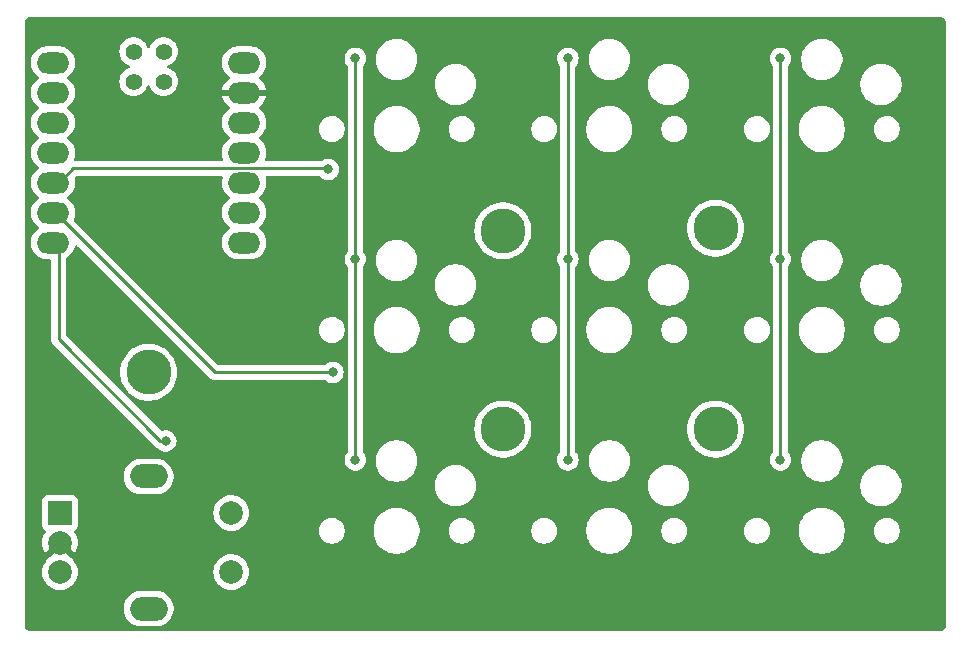
<source format=gbr>
%TF.GenerationSoftware,KiCad,Pcbnew,8.0.8*%
%TF.CreationDate,2025-02-14T20:38:13+05:30*%
%TF.ProjectId,bytepad,62797465-7061-4642-9e6b-696361645f70,8.2*%
%TF.SameCoordinates,Original*%
%TF.FileFunction,Copper,L1,Top*%
%TF.FilePolarity,Positive*%
%FSLAX46Y46*%
G04 Gerber Fmt 4.6, Leading zero omitted, Abs format (unit mm)*
G04 Created by KiCad (PCBNEW 8.0.8) date 2025-02-14 20:38:13*
%MOMM*%
%LPD*%
G01*
G04 APERTURE LIST*
%TA.AperFunction,ComponentPad*%
%ADD10C,3.800000*%
%TD*%
%TA.AperFunction,ComponentPad*%
%ADD11O,2.750000X1.800000*%
%TD*%
%TA.AperFunction,ComponentPad*%
%ADD12C,1.397000*%
%TD*%
%TA.AperFunction,WasherPad*%
%ADD13O,3.200000X2.000000*%
%TD*%
%TA.AperFunction,ComponentPad*%
%ADD14R,2.000000X2.000000*%
%TD*%
%TA.AperFunction,ComponentPad*%
%ADD15C,2.000000*%
%TD*%
%TA.AperFunction,ViaPad*%
%ADD16C,0.800000*%
%TD*%
%TA.AperFunction,Conductor*%
%ADD17C,0.250000*%
%TD*%
G04 APERTURE END LIST*
D10*
%TO.P,H4,1,1*%
%TO.N,unconnected-(H4-Pad1)*%
X107000000Y-74400000D03*
%TD*%
%TO.P,H1,1,1*%
%TO.N,unconnected-(H1-Pad1)*%
X89000000Y-57600000D03*
%TD*%
%TO.P,H5,1,1*%
%TO.N,unconnected-(H5-Pad1)*%
X59000000Y-69600000D03*
%TD*%
D11*
%TO.P,U1,1,A2*%
%TO.N,COL4*%
X50905000Y-43380000D03*
%TO.P,U1,2,A4*%
%TO.N,COL3*%
X50905000Y-45920000D03*
%TO.P,U1,3,A10*%
%TO.N,COL2*%
X50905000Y-48460000D03*
%TO.P,U1,4,A11*%
%TO.N,COL1*%
X50905000Y-51000000D03*
%TO.P,U1,5,A8_SDA*%
%TO.N,ROW1*%
X50905000Y-53540000D03*
%TO.P,U1,6,A9_SCL*%
%TO.N,ROW2*%
X50905000Y-56080000D03*
%TO.P,U1,7,B8_TX*%
%TO.N,ROW3*%
X50905000Y-58620000D03*
%TO.P,U1,8,B9_RX*%
%TO.N,ROT1A*%
X67095000Y-58620000D03*
%TO.P,U1,9,A7_SCK*%
%TO.N,ROT1B*%
X67095000Y-56080000D03*
%TO.P,U1,10,A5_MISO*%
%TO.N,unconnected-(U1-Pad10)*%
X67095000Y-53540000D03*
%TO.P,U1,11,A6_MOSI*%
%TO.N,unconnected-(U1-Pad11)*%
X67095000Y-51000000D03*
%TO.P,U1,12,3V3*%
%TO.N,unconnected-(U1-Pad12)*%
X67095000Y-48460000D03*
%TO.P,U1,13,GND*%
%TO.N,GND*%
X67095000Y-45920000D03*
%TO.P,U1,14,5V*%
%TO.N,unconnected-(U1-Pad14)*%
X67095000Y-43380000D03*
D12*
%TO.P,U1,15,A31_SWDIO*%
%TO.N,unconnected-(U1-Pad15)*%
X57730000Y-42428000D03*
%TO.P,U1,16,A30_SWCLK*%
%TO.N,unconnected-(U1-Pad16)*%
X60270000Y-42428000D03*
%TO.P,U1,17,RESET*%
%TO.N,unconnected-(U1-Pad17)*%
X57730000Y-44968000D03*
%TO.P,U1,18,GND*%
%TO.N,unconnected-(U1-Pad18)*%
X60270000Y-44968000D03*
%TD*%
D10*
%TO.P,H3,1,1*%
%TO.N,unconnected-(H3-Pad1)*%
X89000000Y-74400000D03*
%TD*%
%TO.P,H2,1,1*%
%TO.N,unconnected-(H2-Pad1)*%
X107000000Y-57400000D03*
%TD*%
D13*
%TO.P,ROT1,*%
%TO.N,*%
X59000000Y-78400000D03*
X59000000Y-89600000D03*
D14*
%TO.P,ROT1,A,A*%
%TO.N,ROT1A*%
X51500000Y-81500000D03*
D15*
%TO.P,ROT1,B,B*%
%TO.N,ROT1B*%
X51500000Y-86500000D03*
%TO.P,ROT1,C,C*%
%TO.N,GND*%
X51500000Y-84000000D03*
%TO.P,ROT1,S1,S1*%
%TO.N,COL1*%
X66000000Y-86500000D03*
%TO.P,ROT1,S2,S2*%
%TO.N,Net-(D10-Pad2)*%
X66000000Y-81500000D03*
%TD*%
D16*
%TO.N,ROW1*%
X74200000Y-52400000D03*
%TO.N,ROW2*%
X74600000Y-69600000D03*
%TO.N,ROW3*%
X60450000Y-75400000D03*
%TO.N,COL2*%
X76500000Y-43000000D03*
X76500000Y-77000000D03*
X76500000Y-60000000D03*
%TO.N,COL3*%
X94500000Y-43000000D03*
X94500000Y-77000000D03*
X94500000Y-60000000D03*
%TO.N,COL4*%
X112500000Y-77000000D03*
X112500000Y-43000000D03*
X112500000Y-60000000D03*
%TD*%
D17*
%TO.N,ROW1*%
X51380000Y-53540000D02*
X52604520Y-52315480D01*
X52604520Y-52315480D02*
X74115480Y-52315480D01*
X74115480Y-52315480D02*
X74200000Y-52400000D01*
%TO.N,ROW2*%
X51380000Y-56380000D02*
X64600000Y-69600000D01*
X51380000Y-56080000D02*
X51380000Y-56380000D01*
X64600000Y-69600000D02*
X74600000Y-69600000D01*
%TO.N,ROW3*%
X51380000Y-66780000D02*
X60000000Y-75400000D01*
X60000000Y-75400000D02*
X60450000Y-75400000D01*
X51380000Y-58620000D02*
X51380000Y-66780000D01*
%TO.N,COL2*%
X76500000Y-60000000D02*
X76500000Y-77000000D01*
X76500000Y-43000000D02*
X76500000Y-60000000D01*
%TO.N,COL3*%
X94500000Y-43000000D02*
X94500000Y-60000000D01*
X94500000Y-60000000D02*
X94500000Y-77000000D01*
%TO.N,COL4*%
X112500000Y-60000000D02*
X112500000Y-77000000D01*
X112500000Y-43000000D02*
X112500000Y-60000000D01*
%TD*%
%TA.AperFunction,Conductor*%
%TO.N,GND*%
G36*
X126007028Y-39501291D02*
G01*
X126097042Y-39511434D01*
X126124546Y-39517712D01*
X126203327Y-39545278D01*
X126228747Y-39557520D01*
X126299414Y-39601923D01*
X126321472Y-39619514D01*
X126380485Y-39678527D01*
X126398077Y-39700586D01*
X126442478Y-39771250D01*
X126454721Y-39796672D01*
X126482287Y-39875453D01*
X126488565Y-39902958D01*
X126498708Y-39992970D01*
X126499500Y-40007079D01*
X126499500Y-90992920D01*
X126498708Y-91007029D01*
X126488565Y-91097041D01*
X126482287Y-91124546D01*
X126454721Y-91203327D01*
X126442478Y-91228749D01*
X126398077Y-91299413D01*
X126380485Y-91321472D01*
X126321472Y-91380485D01*
X126299413Y-91398077D01*
X126228749Y-91442478D01*
X126203327Y-91454721D01*
X126124546Y-91482287D01*
X126097041Y-91488565D01*
X126021291Y-91497100D01*
X126007027Y-91498708D01*
X125992921Y-91499500D01*
X49007079Y-91499500D01*
X48992972Y-91498708D01*
X48976295Y-91496829D01*
X48902958Y-91488565D01*
X48875453Y-91482287D01*
X48796672Y-91454721D01*
X48771250Y-91442478D01*
X48700586Y-91398077D01*
X48678527Y-91380485D01*
X48619514Y-91321472D01*
X48601922Y-91299413D01*
X48557521Y-91228749D01*
X48545278Y-91203327D01*
X48517712Y-91124546D01*
X48511434Y-91097040D01*
X48501292Y-91007028D01*
X48500500Y-90992920D01*
X48500500Y-89481278D01*
X56891500Y-89481278D01*
X56891500Y-89718722D01*
X56928644Y-89953241D01*
X56928645Y-89953246D01*
X57002016Y-90179058D01*
X57002018Y-90179063D01*
X57109815Y-90390627D01*
X57249380Y-90582722D01*
X57249382Y-90582724D01*
X57249384Y-90582727D01*
X57417272Y-90750615D01*
X57417275Y-90750617D01*
X57417278Y-90750620D01*
X57609373Y-90890185D01*
X57820937Y-90997982D01*
X58046759Y-91071356D01*
X58281278Y-91108500D01*
X58281281Y-91108500D01*
X59718719Y-91108500D01*
X59718722Y-91108500D01*
X59953241Y-91071356D01*
X60179063Y-90997982D01*
X60390627Y-90890185D01*
X60582722Y-90750620D01*
X60750620Y-90582722D01*
X60890185Y-90390627D01*
X60997982Y-90179063D01*
X61071356Y-89953241D01*
X61108500Y-89718722D01*
X61108500Y-89481278D01*
X61071356Y-89246759D01*
X60997982Y-89020937D01*
X60890185Y-88809373D01*
X60750620Y-88617278D01*
X60750617Y-88617275D01*
X60750615Y-88617272D01*
X60582727Y-88449384D01*
X60582724Y-88449382D01*
X60582722Y-88449380D01*
X60390627Y-88309815D01*
X60179063Y-88202018D01*
X60179060Y-88202017D01*
X60179058Y-88202016D01*
X59953246Y-88128645D01*
X59953242Y-88128644D01*
X59953241Y-88128644D01*
X59718722Y-88091500D01*
X58281278Y-88091500D01*
X58046759Y-88128644D01*
X58046753Y-88128645D01*
X57820941Y-88202016D01*
X57820935Y-88202019D01*
X57609369Y-88309817D01*
X57417275Y-88449382D01*
X57417272Y-88449384D01*
X57249384Y-88617272D01*
X57249382Y-88617275D01*
X57109817Y-88809369D01*
X57002019Y-89020935D01*
X57002016Y-89020941D01*
X56928645Y-89246753D01*
X56928644Y-89246758D01*
X56928644Y-89246759D01*
X56891500Y-89481278D01*
X48500500Y-89481278D01*
X48500500Y-86500000D01*
X49986835Y-86500000D01*
X50005465Y-86736710D01*
X50060894Y-86967592D01*
X50151759Y-87186961D01*
X50275825Y-87389417D01*
X50275826Y-87389419D01*
X50430030Y-87569969D01*
X50610580Y-87724173D01*
X50610584Y-87724176D01*
X50813037Y-87848240D01*
X51032406Y-87939105D01*
X51263289Y-87994535D01*
X51500000Y-88013165D01*
X51736711Y-87994535D01*
X51967594Y-87939105D01*
X52186963Y-87848240D01*
X52389416Y-87724176D01*
X52569969Y-87569969D01*
X52724176Y-87389416D01*
X52848240Y-87186963D01*
X52939105Y-86967594D01*
X52994535Y-86736711D01*
X53013165Y-86500000D01*
X64486835Y-86500000D01*
X64505465Y-86736710D01*
X64560894Y-86967592D01*
X64651759Y-87186961D01*
X64775825Y-87389417D01*
X64775826Y-87389419D01*
X64930030Y-87569969D01*
X65110580Y-87724173D01*
X65110584Y-87724176D01*
X65313037Y-87848240D01*
X65532406Y-87939105D01*
X65763289Y-87994535D01*
X66000000Y-88013165D01*
X66236711Y-87994535D01*
X66467594Y-87939105D01*
X66686963Y-87848240D01*
X66889416Y-87724176D01*
X67069969Y-87569969D01*
X67224176Y-87389416D01*
X67348240Y-87186963D01*
X67439105Y-86967594D01*
X67494535Y-86736711D01*
X67513165Y-86500000D01*
X67494535Y-86263289D01*
X67439105Y-86032406D01*
X67348240Y-85813037D01*
X67224176Y-85610584D01*
X67224173Y-85610580D01*
X67069969Y-85430030D01*
X66889419Y-85275826D01*
X66889417Y-85275825D01*
X66889416Y-85275824D01*
X66686963Y-85151760D01*
X66467594Y-85060895D01*
X66467592Y-85060894D01*
X66309651Y-85022976D01*
X66236711Y-85005465D01*
X66000000Y-84986835D01*
X65763289Y-85005465D01*
X65532407Y-85060894D01*
X65313038Y-85151759D01*
X65110582Y-85275825D01*
X65110580Y-85275826D01*
X64930030Y-85430030D01*
X64775826Y-85610580D01*
X64775825Y-85610582D01*
X64651759Y-85813038D01*
X64560894Y-86032407D01*
X64505465Y-86263289D01*
X64486835Y-86500000D01*
X53013165Y-86500000D01*
X52994535Y-86263289D01*
X52939105Y-86032406D01*
X52848240Y-85813037D01*
X52724176Y-85610584D01*
X52724173Y-85610580D01*
X52569969Y-85430030D01*
X52421937Y-85303599D01*
X52383127Y-85244149D01*
X52382952Y-85242161D01*
X51624948Y-84484157D01*
X51692993Y-84465925D01*
X51807007Y-84400099D01*
X51900099Y-84307007D01*
X51965925Y-84192993D01*
X51984157Y-84124948D01*
X52733101Y-84873892D01*
X52733102Y-84873891D01*
X52847791Y-84686738D01*
X52938628Y-84467437D01*
X52994039Y-84236632D01*
X53012662Y-84000000D01*
X52994039Y-83763367D01*
X52938628Y-83532562D01*
X52847791Y-83313261D01*
X52723606Y-83110611D01*
X52705067Y-83042078D01*
X52726523Y-82974401D01*
X52755527Y-82943909D01*
X52863261Y-82863261D01*
X52950889Y-82746204D01*
X53001989Y-82609201D01*
X53005392Y-82577555D01*
X53008499Y-82548649D01*
X53008500Y-82548632D01*
X53008500Y-81500000D01*
X64486835Y-81500000D01*
X64505465Y-81736710D01*
X64560894Y-81967592D01*
X64651759Y-82186961D01*
X64775825Y-82389417D01*
X64775826Y-82389419D01*
X64930030Y-82569969D01*
X65110580Y-82724173D01*
X65110584Y-82724176D01*
X65313037Y-82848240D01*
X65532406Y-82939105D01*
X65763289Y-82994535D01*
X66000000Y-83013165D01*
X66236711Y-82994535D01*
X66467594Y-82939105D01*
X66529678Y-82913389D01*
X73399500Y-82913389D01*
X73399500Y-83086611D01*
X73426598Y-83257701D01*
X73480127Y-83422445D01*
X73480128Y-83422448D01*
X73480130Y-83422452D01*
X73558768Y-83576788D01*
X73660587Y-83716930D01*
X73783069Y-83839412D01*
X73783072Y-83839414D01*
X73923212Y-83941232D01*
X74077555Y-84019873D01*
X74242299Y-84073402D01*
X74413389Y-84100500D01*
X74413392Y-84100500D01*
X74586608Y-84100500D01*
X74586611Y-84100500D01*
X74757701Y-84073402D01*
X74922445Y-84019873D01*
X75076788Y-83941232D01*
X75216928Y-83839414D01*
X75339414Y-83716928D01*
X75441232Y-83576788D01*
X75519873Y-83422445D01*
X75573402Y-83257701D01*
X75600500Y-83086611D01*
X75600500Y-82913389D01*
X75593969Y-82872154D01*
X78049500Y-82872154D01*
X78049500Y-83127845D01*
X78082872Y-83381332D01*
X78082873Y-83381338D01*
X78082874Y-83381340D01*
X78149050Y-83628313D01*
X78246896Y-83864535D01*
X78246897Y-83864536D01*
X78246902Y-83864546D01*
X78374736Y-84085961D01*
X78374738Y-84085963D01*
X78374739Y-84085965D01*
X78456865Y-84192993D01*
X78530385Y-84288807D01*
X78530404Y-84288828D01*
X78711171Y-84469595D01*
X78711181Y-84469604D01*
X78711187Y-84469610D01*
X78914035Y-84625261D01*
X79135465Y-84753104D01*
X79371687Y-84850950D01*
X79618660Y-84917126D01*
X79618666Y-84917126D01*
X79618667Y-84917127D01*
X79647751Y-84920956D01*
X79872157Y-84950500D01*
X79872164Y-84950500D01*
X80127836Y-84950500D01*
X80127843Y-84950500D01*
X80381340Y-84917126D01*
X80628313Y-84850950D01*
X80864535Y-84753104D01*
X81085965Y-84625261D01*
X81288813Y-84469610D01*
X81469610Y-84288813D01*
X81625261Y-84085965D01*
X81753104Y-83864535D01*
X81850950Y-83628313D01*
X81917126Y-83381340D01*
X81950500Y-83127843D01*
X81950500Y-82913389D01*
X84399500Y-82913389D01*
X84399500Y-83086611D01*
X84426598Y-83257701D01*
X84480127Y-83422445D01*
X84480128Y-83422448D01*
X84480130Y-83422452D01*
X84558768Y-83576788D01*
X84660587Y-83716930D01*
X84783069Y-83839412D01*
X84783072Y-83839414D01*
X84923212Y-83941232D01*
X85077555Y-84019873D01*
X85242299Y-84073402D01*
X85413389Y-84100500D01*
X85413392Y-84100500D01*
X85586608Y-84100500D01*
X85586611Y-84100500D01*
X85757701Y-84073402D01*
X85922445Y-84019873D01*
X86076788Y-83941232D01*
X86216928Y-83839414D01*
X86339414Y-83716928D01*
X86441232Y-83576788D01*
X86519873Y-83422445D01*
X86573402Y-83257701D01*
X86600500Y-83086611D01*
X86600500Y-82913389D01*
X91399500Y-82913389D01*
X91399500Y-83086611D01*
X91426598Y-83257701D01*
X91480127Y-83422445D01*
X91480128Y-83422448D01*
X91480130Y-83422452D01*
X91558768Y-83576788D01*
X91660587Y-83716930D01*
X91783069Y-83839412D01*
X91783072Y-83839414D01*
X91923212Y-83941232D01*
X92077555Y-84019873D01*
X92242299Y-84073402D01*
X92413389Y-84100500D01*
X92413392Y-84100500D01*
X92586608Y-84100500D01*
X92586611Y-84100500D01*
X92757701Y-84073402D01*
X92922445Y-84019873D01*
X93076788Y-83941232D01*
X93216928Y-83839414D01*
X93339414Y-83716928D01*
X93441232Y-83576788D01*
X93519873Y-83422445D01*
X93573402Y-83257701D01*
X93600500Y-83086611D01*
X93600500Y-82913389D01*
X93593969Y-82872154D01*
X96049500Y-82872154D01*
X96049500Y-83127845D01*
X96082872Y-83381332D01*
X96082873Y-83381338D01*
X96082874Y-83381340D01*
X96149050Y-83628313D01*
X96246896Y-83864535D01*
X96246897Y-83864536D01*
X96246902Y-83864546D01*
X96374736Y-84085961D01*
X96374738Y-84085963D01*
X96374739Y-84085965D01*
X96456865Y-84192993D01*
X96530385Y-84288807D01*
X96530404Y-84288828D01*
X96711171Y-84469595D01*
X96711181Y-84469604D01*
X96711187Y-84469610D01*
X96914035Y-84625261D01*
X97135465Y-84753104D01*
X97371687Y-84850950D01*
X97618660Y-84917126D01*
X97618666Y-84917126D01*
X97618667Y-84917127D01*
X97647751Y-84920956D01*
X97872157Y-84950500D01*
X97872164Y-84950500D01*
X98127836Y-84950500D01*
X98127843Y-84950500D01*
X98381340Y-84917126D01*
X98628313Y-84850950D01*
X98864535Y-84753104D01*
X99085965Y-84625261D01*
X99288813Y-84469610D01*
X99469610Y-84288813D01*
X99625261Y-84085965D01*
X99753104Y-83864535D01*
X99850950Y-83628313D01*
X99917126Y-83381340D01*
X99950500Y-83127843D01*
X99950500Y-82913389D01*
X102399500Y-82913389D01*
X102399500Y-83086611D01*
X102426598Y-83257701D01*
X102480127Y-83422445D01*
X102480128Y-83422448D01*
X102480130Y-83422452D01*
X102558768Y-83576788D01*
X102660587Y-83716930D01*
X102783069Y-83839412D01*
X102783072Y-83839414D01*
X102923212Y-83941232D01*
X103077555Y-84019873D01*
X103242299Y-84073402D01*
X103413389Y-84100500D01*
X103413392Y-84100500D01*
X103586608Y-84100500D01*
X103586611Y-84100500D01*
X103757701Y-84073402D01*
X103922445Y-84019873D01*
X104076788Y-83941232D01*
X104216928Y-83839414D01*
X104339414Y-83716928D01*
X104441232Y-83576788D01*
X104519873Y-83422445D01*
X104573402Y-83257701D01*
X104600500Y-83086611D01*
X104600500Y-82913389D01*
X109399500Y-82913389D01*
X109399500Y-83086611D01*
X109426598Y-83257701D01*
X109480127Y-83422445D01*
X109480128Y-83422448D01*
X109480130Y-83422452D01*
X109558768Y-83576788D01*
X109660587Y-83716930D01*
X109783069Y-83839412D01*
X109783072Y-83839414D01*
X109923212Y-83941232D01*
X110077555Y-84019873D01*
X110242299Y-84073402D01*
X110413389Y-84100500D01*
X110413392Y-84100500D01*
X110586608Y-84100500D01*
X110586611Y-84100500D01*
X110757701Y-84073402D01*
X110922445Y-84019873D01*
X111076788Y-83941232D01*
X111216928Y-83839414D01*
X111339414Y-83716928D01*
X111441232Y-83576788D01*
X111519873Y-83422445D01*
X111573402Y-83257701D01*
X111600500Y-83086611D01*
X111600500Y-82913389D01*
X111593969Y-82872154D01*
X114049500Y-82872154D01*
X114049500Y-83127845D01*
X114082872Y-83381332D01*
X114082873Y-83381338D01*
X114082874Y-83381340D01*
X114149050Y-83628313D01*
X114246896Y-83864535D01*
X114246897Y-83864536D01*
X114246902Y-83864546D01*
X114374736Y-84085961D01*
X114374738Y-84085963D01*
X114374739Y-84085965D01*
X114456865Y-84192993D01*
X114530385Y-84288807D01*
X114530404Y-84288828D01*
X114711171Y-84469595D01*
X114711181Y-84469604D01*
X114711187Y-84469610D01*
X114914035Y-84625261D01*
X115135465Y-84753104D01*
X115371687Y-84850950D01*
X115618660Y-84917126D01*
X115618666Y-84917126D01*
X115618667Y-84917127D01*
X115647751Y-84920956D01*
X115872157Y-84950500D01*
X115872164Y-84950500D01*
X116127836Y-84950500D01*
X116127843Y-84950500D01*
X116381340Y-84917126D01*
X116628313Y-84850950D01*
X116864535Y-84753104D01*
X117085965Y-84625261D01*
X117288813Y-84469610D01*
X117469610Y-84288813D01*
X117625261Y-84085965D01*
X117753104Y-83864535D01*
X117850950Y-83628313D01*
X117917126Y-83381340D01*
X117950500Y-83127843D01*
X117950500Y-82913389D01*
X120399500Y-82913389D01*
X120399500Y-83086611D01*
X120426598Y-83257701D01*
X120480127Y-83422445D01*
X120480128Y-83422448D01*
X120480130Y-83422452D01*
X120558768Y-83576788D01*
X120660587Y-83716930D01*
X120783069Y-83839412D01*
X120783072Y-83839414D01*
X120923212Y-83941232D01*
X121077555Y-84019873D01*
X121242299Y-84073402D01*
X121413389Y-84100500D01*
X121413392Y-84100500D01*
X121586608Y-84100500D01*
X121586611Y-84100500D01*
X121757701Y-84073402D01*
X121922445Y-84019873D01*
X122076788Y-83941232D01*
X122216928Y-83839414D01*
X122339414Y-83716928D01*
X122441232Y-83576788D01*
X122519873Y-83422445D01*
X122573402Y-83257701D01*
X122600500Y-83086611D01*
X122600500Y-82913389D01*
X122573402Y-82742299D01*
X122519873Y-82577555D01*
X122441232Y-82423212D01*
X122339414Y-82283072D01*
X122339412Y-82283069D01*
X122216930Y-82160587D01*
X122076788Y-82058768D01*
X121922452Y-81980130D01*
X121922448Y-81980128D01*
X121922445Y-81980127D01*
X121757701Y-81926598D01*
X121586611Y-81899500D01*
X121413389Y-81899500D01*
X121242299Y-81926598D01*
X121242296Y-81926598D01*
X121242295Y-81926599D01*
X121163253Y-81952281D01*
X121077555Y-81980127D01*
X121077553Y-81980127D01*
X121077547Y-81980130D01*
X120923211Y-82058768D01*
X120783069Y-82160587D01*
X120660587Y-82283069D01*
X120558768Y-82423211D01*
X120480130Y-82577547D01*
X120480127Y-82577556D01*
X120432487Y-82724176D01*
X120426598Y-82742299D01*
X120399500Y-82913389D01*
X117950500Y-82913389D01*
X117950500Y-82872157D01*
X117917126Y-82618660D01*
X117850950Y-82371687D01*
X117753104Y-82135465D01*
X117663419Y-81980127D01*
X117625263Y-81914038D01*
X117625261Y-81914035D01*
X117469610Y-81711187D01*
X117469604Y-81711181D01*
X117469595Y-81711171D01*
X117288828Y-81530404D01*
X117288807Y-81530385D01*
X117195548Y-81458825D01*
X117085965Y-81374739D01*
X117085963Y-81374738D01*
X117085961Y-81374736D01*
X116864546Y-81246902D01*
X116864541Y-81246899D01*
X116864535Y-81246896D01*
X116628313Y-81149050D01*
X116381340Y-81082874D01*
X116381338Y-81082873D01*
X116381332Y-81082872D01*
X116127845Y-81049500D01*
X116127843Y-81049500D01*
X115872157Y-81049500D01*
X115872154Y-81049500D01*
X115618667Y-81082872D01*
X115371687Y-81149050D01*
X115135463Y-81246897D01*
X115135453Y-81246902D01*
X114914038Y-81374736D01*
X114914032Y-81374741D01*
X114711192Y-81530385D01*
X114711171Y-81530404D01*
X114530404Y-81711171D01*
X114530385Y-81711192D01*
X114374741Y-81914032D01*
X114374736Y-81914038D01*
X114246902Y-82135453D01*
X114246897Y-82135463D01*
X114149050Y-82371687D01*
X114082872Y-82618667D01*
X114049500Y-82872154D01*
X111593969Y-82872154D01*
X111573402Y-82742299D01*
X111519873Y-82577555D01*
X111441232Y-82423212D01*
X111339414Y-82283072D01*
X111339412Y-82283069D01*
X111216930Y-82160587D01*
X111076788Y-82058768D01*
X110922452Y-81980130D01*
X110922448Y-81980128D01*
X110922445Y-81980127D01*
X110757701Y-81926598D01*
X110586611Y-81899500D01*
X110413389Y-81899500D01*
X110242299Y-81926598D01*
X110242296Y-81926598D01*
X110242295Y-81926599D01*
X110163253Y-81952281D01*
X110077555Y-81980127D01*
X110077553Y-81980127D01*
X110077547Y-81980130D01*
X109923211Y-82058768D01*
X109783069Y-82160587D01*
X109660587Y-82283069D01*
X109558768Y-82423211D01*
X109480130Y-82577547D01*
X109480127Y-82577556D01*
X109432487Y-82724176D01*
X109426598Y-82742299D01*
X109399500Y-82913389D01*
X104600500Y-82913389D01*
X104573402Y-82742299D01*
X104519873Y-82577555D01*
X104441232Y-82423212D01*
X104339414Y-82283072D01*
X104339412Y-82283069D01*
X104216930Y-82160587D01*
X104076788Y-82058768D01*
X103922452Y-81980130D01*
X103922448Y-81980128D01*
X103922445Y-81980127D01*
X103757701Y-81926598D01*
X103586611Y-81899500D01*
X103413389Y-81899500D01*
X103242299Y-81926598D01*
X103242296Y-81926598D01*
X103242295Y-81926599D01*
X103163253Y-81952281D01*
X103077555Y-81980127D01*
X103077553Y-81980127D01*
X103077547Y-81980130D01*
X102923211Y-82058768D01*
X102783069Y-82160587D01*
X102660587Y-82283069D01*
X102558768Y-82423211D01*
X102480130Y-82577547D01*
X102480127Y-82577556D01*
X102432487Y-82724176D01*
X102426598Y-82742299D01*
X102399500Y-82913389D01*
X99950500Y-82913389D01*
X99950500Y-82872157D01*
X99917126Y-82618660D01*
X99850950Y-82371687D01*
X99753104Y-82135465D01*
X99663419Y-81980127D01*
X99625263Y-81914038D01*
X99625261Y-81914035D01*
X99469610Y-81711187D01*
X99469604Y-81711181D01*
X99469595Y-81711171D01*
X99288828Y-81530404D01*
X99288807Y-81530385D01*
X99195548Y-81458825D01*
X99085965Y-81374739D01*
X99085963Y-81374738D01*
X99085961Y-81374736D01*
X98864546Y-81246902D01*
X98864541Y-81246899D01*
X98864535Y-81246896D01*
X98628313Y-81149050D01*
X98381340Y-81082874D01*
X98381338Y-81082873D01*
X98381332Y-81082872D01*
X98127845Y-81049500D01*
X98127843Y-81049500D01*
X97872157Y-81049500D01*
X97872154Y-81049500D01*
X97618667Y-81082872D01*
X97371687Y-81149050D01*
X97135463Y-81246897D01*
X97135453Y-81246902D01*
X96914038Y-81374736D01*
X96914032Y-81374741D01*
X96711192Y-81530385D01*
X96711171Y-81530404D01*
X96530404Y-81711171D01*
X96530385Y-81711192D01*
X96374741Y-81914032D01*
X96374736Y-81914038D01*
X96246902Y-82135453D01*
X96246897Y-82135463D01*
X96149050Y-82371687D01*
X96082872Y-82618667D01*
X96049500Y-82872154D01*
X93593969Y-82872154D01*
X93573402Y-82742299D01*
X93519873Y-82577555D01*
X93441232Y-82423212D01*
X93339414Y-82283072D01*
X93339412Y-82283069D01*
X93216930Y-82160587D01*
X93076788Y-82058768D01*
X92922452Y-81980130D01*
X92922448Y-81980128D01*
X92922445Y-81980127D01*
X92757701Y-81926598D01*
X92586611Y-81899500D01*
X92413389Y-81899500D01*
X92242299Y-81926598D01*
X92242296Y-81926598D01*
X92242295Y-81926599D01*
X92163253Y-81952281D01*
X92077555Y-81980127D01*
X92077553Y-81980127D01*
X92077547Y-81980130D01*
X91923211Y-82058768D01*
X91783069Y-82160587D01*
X91660587Y-82283069D01*
X91558768Y-82423211D01*
X91480130Y-82577547D01*
X91480127Y-82577556D01*
X91432487Y-82724176D01*
X91426598Y-82742299D01*
X91399500Y-82913389D01*
X86600500Y-82913389D01*
X86573402Y-82742299D01*
X86519873Y-82577555D01*
X86441232Y-82423212D01*
X86339414Y-82283072D01*
X86339412Y-82283069D01*
X86216930Y-82160587D01*
X86076788Y-82058768D01*
X85922452Y-81980130D01*
X85922448Y-81980128D01*
X85922445Y-81980127D01*
X85757701Y-81926598D01*
X85586611Y-81899500D01*
X85413389Y-81899500D01*
X85242299Y-81926598D01*
X85242296Y-81926598D01*
X85242295Y-81926599D01*
X85163253Y-81952281D01*
X85077555Y-81980127D01*
X85077553Y-81980127D01*
X85077547Y-81980130D01*
X84923211Y-82058768D01*
X84783069Y-82160587D01*
X84660587Y-82283069D01*
X84558768Y-82423211D01*
X84480130Y-82577547D01*
X84480127Y-82577556D01*
X84432487Y-82724176D01*
X84426598Y-82742299D01*
X84399500Y-82913389D01*
X81950500Y-82913389D01*
X81950500Y-82872157D01*
X81917126Y-82618660D01*
X81850950Y-82371687D01*
X81753104Y-82135465D01*
X81663419Y-81980127D01*
X81625263Y-81914038D01*
X81625261Y-81914035D01*
X81469610Y-81711187D01*
X81469604Y-81711181D01*
X81469595Y-81711171D01*
X81288828Y-81530404D01*
X81288807Y-81530385D01*
X81195548Y-81458825D01*
X81085965Y-81374739D01*
X81085963Y-81374738D01*
X81085961Y-81374736D01*
X80864546Y-81246902D01*
X80864541Y-81246899D01*
X80864535Y-81246896D01*
X80628313Y-81149050D01*
X80381340Y-81082874D01*
X80381338Y-81082873D01*
X80381332Y-81082872D01*
X80127845Y-81049500D01*
X80127843Y-81049500D01*
X79872157Y-81049500D01*
X79872154Y-81049500D01*
X79618667Y-81082872D01*
X79371687Y-81149050D01*
X79135463Y-81246897D01*
X79135453Y-81246902D01*
X78914038Y-81374736D01*
X78914032Y-81374741D01*
X78711192Y-81530385D01*
X78711171Y-81530404D01*
X78530404Y-81711171D01*
X78530385Y-81711192D01*
X78374741Y-81914032D01*
X78374736Y-81914038D01*
X78246902Y-82135453D01*
X78246897Y-82135463D01*
X78149050Y-82371687D01*
X78082872Y-82618667D01*
X78049500Y-82872154D01*
X75593969Y-82872154D01*
X75573402Y-82742299D01*
X75519873Y-82577555D01*
X75441232Y-82423212D01*
X75339414Y-82283072D01*
X75339412Y-82283069D01*
X75216930Y-82160587D01*
X75076788Y-82058768D01*
X74922452Y-81980130D01*
X74922448Y-81980128D01*
X74922445Y-81980127D01*
X74757701Y-81926598D01*
X74586611Y-81899500D01*
X74413389Y-81899500D01*
X74242299Y-81926598D01*
X74242296Y-81926598D01*
X74242295Y-81926599D01*
X74163253Y-81952281D01*
X74077555Y-81980127D01*
X74077553Y-81980127D01*
X74077547Y-81980130D01*
X73923211Y-82058768D01*
X73783069Y-82160587D01*
X73660587Y-82283069D01*
X73558768Y-82423211D01*
X73480130Y-82577547D01*
X73480127Y-82577556D01*
X73432487Y-82724176D01*
X73426598Y-82742299D01*
X73399500Y-82913389D01*
X66529678Y-82913389D01*
X66686963Y-82848240D01*
X66889416Y-82724176D01*
X67069969Y-82569969D01*
X67224176Y-82389416D01*
X67348240Y-82186963D01*
X67439105Y-81967594D01*
X67494535Y-81736711D01*
X67513165Y-81500000D01*
X67494535Y-81263289D01*
X67439105Y-81032406D01*
X67348240Y-80813037D01*
X67224176Y-80610584D01*
X67145887Y-80518919D01*
X67069969Y-80430030D01*
X66889419Y-80275826D01*
X66889417Y-80275825D01*
X66889416Y-80275824D01*
X66686963Y-80151760D01*
X66650697Y-80136738D01*
X66467592Y-80060894D01*
X66309651Y-80022976D01*
X66236711Y-80005465D01*
X66000000Y-79986835D01*
X65763289Y-80005465D01*
X65532407Y-80060894D01*
X65313038Y-80151759D01*
X65110582Y-80275825D01*
X65110580Y-80275826D01*
X64930030Y-80430030D01*
X64775826Y-80610580D01*
X64775825Y-80610582D01*
X64651759Y-80813038D01*
X64560894Y-81032407D01*
X64505465Y-81263289D01*
X64486835Y-81500000D01*
X53008500Y-81500000D01*
X53008500Y-80451367D01*
X53008499Y-80451350D01*
X53001990Y-80390803D01*
X53001988Y-80390795D01*
X52950889Y-80253797D01*
X52950887Y-80253792D01*
X52863261Y-80136738D01*
X52746207Y-80049112D01*
X52746202Y-80049110D01*
X52609204Y-79998011D01*
X52609196Y-79998009D01*
X52548649Y-79991500D01*
X52548638Y-79991500D01*
X50451362Y-79991500D01*
X50451350Y-79991500D01*
X50390803Y-79998009D01*
X50390795Y-79998011D01*
X50253797Y-80049110D01*
X50253792Y-80049112D01*
X50136738Y-80136738D01*
X50049112Y-80253792D01*
X50049110Y-80253797D01*
X49998011Y-80390795D01*
X49998009Y-80390803D01*
X49991500Y-80451350D01*
X49991500Y-82548649D01*
X49998009Y-82609196D01*
X49998011Y-82609204D01*
X50049110Y-82746202D01*
X50049112Y-82746207D01*
X50136738Y-82863261D01*
X50244470Y-82943908D01*
X50287017Y-83000744D01*
X50292081Y-83071559D01*
X50276394Y-83110611D01*
X50152206Y-83313266D01*
X50061371Y-83532562D01*
X50005960Y-83763367D01*
X49987337Y-84000000D01*
X50005960Y-84236632D01*
X50061371Y-84467437D01*
X50152206Y-84686733D01*
X50266898Y-84873891D01*
X51015841Y-84124947D01*
X51034075Y-84192993D01*
X51099901Y-84307007D01*
X51192993Y-84400099D01*
X51307007Y-84465925D01*
X51375051Y-84484157D01*
X50612206Y-85247002D01*
X50609500Y-85262981D01*
X50578062Y-85303600D01*
X50430028Y-85430033D01*
X50275826Y-85610580D01*
X50275825Y-85610582D01*
X50151759Y-85813038D01*
X50060894Y-86032407D01*
X50005465Y-86263289D01*
X49986835Y-86500000D01*
X48500500Y-86500000D01*
X48500500Y-78281278D01*
X56891500Y-78281278D01*
X56891500Y-78518722D01*
X56915990Y-78673344D01*
X56928645Y-78753246D01*
X57002016Y-78979058D01*
X57002018Y-78979063D01*
X57109815Y-79190627D01*
X57249380Y-79382722D01*
X57249382Y-79382724D01*
X57249384Y-79382727D01*
X57417272Y-79550615D01*
X57417275Y-79550617D01*
X57417278Y-79550620D01*
X57609373Y-79690185D01*
X57820937Y-79797982D01*
X58046759Y-79871356D01*
X58281278Y-79908500D01*
X58281281Y-79908500D01*
X59718719Y-79908500D01*
X59718722Y-79908500D01*
X59953241Y-79871356D01*
X60179063Y-79797982D01*
X60390627Y-79690185D01*
X60582722Y-79550620D01*
X60750620Y-79382722D01*
X60890185Y-79190627D01*
X60943871Y-79085263D01*
X83249500Y-79085263D01*
X83249500Y-79314736D01*
X83279450Y-79542231D01*
X83281697Y-79550617D01*
X83338842Y-79763887D01*
X83426656Y-79975888D01*
X83426657Y-79975889D01*
X83426662Y-79975900D01*
X83541386Y-80174608D01*
X83541391Y-80174615D01*
X83681073Y-80356652D01*
X83681092Y-80356673D01*
X83843326Y-80518907D01*
X83843347Y-80518926D01*
X84025384Y-80658608D01*
X84025391Y-80658613D01*
X84224099Y-80773337D01*
X84224103Y-80773338D01*
X84224112Y-80773344D01*
X84436113Y-80861158D01*
X84657762Y-80920548D01*
X84657766Y-80920548D01*
X84657768Y-80920549D01*
X84716398Y-80928267D01*
X84885266Y-80950500D01*
X84885273Y-80950500D01*
X85114727Y-80950500D01*
X85114734Y-80950500D01*
X85320345Y-80923430D01*
X85342231Y-80920549D01*
X85342231Y-80920548D01*
X85342238Y-80920548D01*
X85563887Y-80861158D01*
X85775888Y-80773344D01*
X85974612Y-80658611D01*
X86156661Y-80518919D01*
X86318919Y-80356661D01*
X86458611Y-80174612D01*
X86573344Y-79975888D01*
X86661158Y-79763887D01*
X86720548Y-79542238D01*
X86750500Y-79314734D01*
X86750500Y-79085266D01*
X86750500Y-79085263D01*
X101249500Y-79085263D01*
X101249500Y-79314736D01*
X101279450Y-79542231D01*
X101281697Y-79550617D01*
X101338842Y-79763887D01*
X101426656Y-79975888D01*
X101426657Y-79975889D01*
X101426662Y-79975900D01*
X101541386Y-80174608D01*
X101541391Y-80174615D01*
X101681073Y-80356652D01*
X101681092Y-80356673D01*
X101843326Y-80518907D01*
X101843347Y-80518926D01*
X102025384Y-80658608D01*
X102025391Y-80658613D01*
X102224099Y-80773337D01*
X102224103Y-80773338D01*
X102224112Y-80773344D01*
X102436113Y-80861158D01*
X102657762Y-80920548D01*
X102657766Y-80920548D01*
X102657768Y-80920549D01*
X102716398Y-80928267D01*
X102885266Y-80950500D01*
X102885273Y-80950500D01*
X103114727Y-80950500D01*
X103114734Y-80950500D01*
X103320345Y-80923430D01*
X103342231Y-80920549D01*
X103342231Y-80920548D01*
X103342238Y-80920548D01*
X103563887Y-80861158D01*
X103775888Y-80773344D01*
X103974612Y-80658611D01*
X104156661Y-80518919D01*
X104318919Y-80356661D01*
X104458611Y-80174612D01*
X104573344Y-79975888D01*
X104661158Y-79763887D01*
X104720548Y-79542238D01*
X104750500Y-79314734D01*
X104750500Y-79085266D01*
X104750500Y-79085263D01*
X119249500Y-79085263D01*
X119249500Y-79314736D01*
X119279450Y-79542231D01*
X119281697Y-79550617D01*
X119338842Y-79763887D01*
X119426656Y-79975888D01*
X119426657Y-79975889D01*
X119426662Y-79975900D01*
X119541386Y-80174608D01*
X119541391Y-80174615D01*
X119681073Y-80356652D01*
X119681092Y-80356673D01*
X119843326Y-80518907D01*
X119843347Y-80518926D01*
X120025384Y-80658608D01*
X120025391Y-80658613D01*
X120224099Y-80773337D01*
X120224103Y-80773338D01*
X120224112Y-80773344D01*
X120436113Y-80861158D01*
X120657762Y-80920548D01*
X120657766Y-80920548D01*
X120657768Y-80920549D01*
X120716398Y-80928267D01*
X120885266Y-80950500D01*
X120885273Y-80950500D01*
X121114727Y-80950500D01*
X121114734Y-80950500D01*
X121320345Y-80923430D01*
X121342231Y-80920549D01*
X121342231Y-80920548D01*
X121342238Y-80920548D01*
X121563887Y-80861158D01*
X121775888Y-80773344D01*
X121974612Y-80658611D01*
X122156661Y-80518919D01*
X122318919Y-80356661D01*
X122458611Y-80174612D01*
X122573344Y-79975888D01*
X122661158Y-79763887D01*
X122720548Y-79542238D01*
X122750500Y-79314734D01*
X122750500Y-79085266D01*
X122720548Y-78857762D01*
X122661158Y-78636113D01*
X122573344Y-78424112D01*
X122573338Y-78424103D01*
X122573337Y-78424099D01*
X122458613Y-78225391D01*
X122458608Y-78225384D01*
X122318926Y-78043347D01*
X122318907Y-78043326D01*
X122156673Y-77881092D01*
X122156652Y-77881073D01*
X121974615Y-77741391D01*
X121974608Y-77741386D01*
X121775900Y-77626662D01*
X121775892Y-77626658D01*
X121775888Y-77626656D01*
X121563887Y-77538842D01*
X121342238Y-77479452D01*
X121342231Y-77479450D01*
X121114736Y-77449500D01*
X121114734Y-77449500D01*
X120885266Y-77449500D01*
X120885263Y-77449500D01*
X120657768Y-77479450D01*
X120443170Y-77536951D01*
X120436113Y-77538842D01*
X120265847Y-77609369D01*
X120224110Y-77626657D01*
X120224099Y-77626662D01*
X120025391Y-77741386D01*
X120025384Y-77741391D01*
X119843347Y-77881073D01*
X119843326Y-77881092D01*
X119681092Y-78043326D01*
X119681073Y-78043347D01*
X119541391Y-78225384D01*
X119541386Y-78225391D01*
X119426662Y-78424099D01*
X119426657Y-78424110D01*
X119426656Y-78424112D01*
X119370944Y-78558613D01*
X119338842Y-78636113D01*
X119279450Y-78857768D01*
X119249500Y-79085263D01*
X104750500Y-79085263D01*
X104720548Y-78857762D01*
X104661158Y-78636113D01*
X104573344Y-78424112D01*
X104573338Y-78424103D01*
X104573337Y-78424099D01*
X104458613Y-78225391D01*
X104458608Y-78225384D01*
X104318926Y-78043347D01*
X104318907Y-78043326D01*
X104156673Y-77881092D01*
X104156652Y-77881073D01*
X103974615Y-77741391D01*
X103974608Y-77741386D01*
X103775900Y-77626662D01*
X103775892Y-77626658D01*
X103775888Y-77626656D01*
X103563887Y-77538842D01*
X103342238Y-77479452D01*
X103342231Y-77479450D01*
X103114736Y-77449500D01*
X103114734Y-77449500D01*
X102885266Y-77449500D01*
X102885263Y-77449500D01*
X102657768Y-77479450D01*
X102443170Y-77536951D01*
X102436113Y-77538842D01*
X102265847Y-77609369D01*
X102224110Y-77626657D01*
X102224099Y-77626662D01*
X102025391Y-77741386D01*
X102025384Y-77741391D01*
X101843347Y-77881073D01*
X101843326Y-77881092D01*
X101681092Y-78043326D01*
X101681073Y-78043347D01*
X101541391Y-78225384D01*
X101541386Y-78225391D01*
X101426662Y-78424099D01*
X101426657Y-78424110D01*
X101426656Y-78424112D01*
X101370944Y-78558613D01*
X101338842Y-78636113D01*
X101279450Y-78857768D01*
X101249500Y-79085263D01*
X86750500Y-79085263D01*
X86720548Y-78857762D01*
X86661158Y-78636113D01*
X86573344Y-78424112D01*
X86573338Y-78424103D01*
X86573337Y-78424099D01*
X86458613Y-78225391D01*
X86458608Y-78225384D01*
X86318926Y-78043347D01*
X86318907Y-78043326D01*
X86156673Y-77881092D01*
X86156652Y-77881073D01*
X85974615Y-77741391D01*
X85974608Y-77741386D01*
X85775900Y-77626662D01*
X85775892Y-77626658D01*
X85775888Y-77626656D01*
X85563887Y-77538842D01*
X85342238Y-77479452D01*
X85342231Y-77479450D01*
X85114736Y-77449500D01*
X85114734Y-77449500D01*
X84885266Y-77449500D01*
X84885263Y-77449500D01*
X84657768Y-77479450D01*
X84443170Y-77536951D01*
X84436113Y-77538842D01*
X84265847Y-77609369D01*
X84224110Y-77626657D01*
X84224099Y-77626662D01*
X84025391Y-77741386D01*
X84025384Y-77741391D01*
X83843347Y-77881073D01*
X83843326Y-77881092D01*
X83681092Y-78043326D01*
X83681073Y-78043347D01*
X83541391Y-78225384D01*
X83541386Y-78225391D01*
X83426662Y-78424099D01*
X83426657Y-78424110D01*
X83426656Y-78424112D01*
X83370944Y-78558613D01*
X83338842Y-78636113D01*
X83279450Y-78857768D01*
X83249500Y-79085263D01*
X60943871Y-79085263D01*
X60997982Y-78979063D01*
X61071356Y-78753241D01*
X61108500Y-78518722D01*
X61108500Y-78281278D01*
X61071356Y-78046759D01*
X60997982Y-77820937D01*
X60890185Y-77609373D01*
X60750620Y-77417278D01*
X60750617Y-77417275D01*
X60750615Y-77417272D01*
X60582727Y-77249384D01*
X60582724Y-77249382D01*
X60582722Y-77249380D01*
X60390627Y-77109815D01*
X60179063Y-77002018D01*
X60179060Y-77002017D01*
X60179058Y-77002016D01*
X59953246Y-76928645D01*
X59953242Y-76928644D01*
X59953241Y-76928644D01*
X59718722Y-76891500D01*
X58281278Y-76891500D01*
X58046759Y-76928644D01*
X58046753Y-76928645D01*
X57820941Y-77002016D01*
X57820935Y-77002019D01*
X57609369Y-77109817D01*
X57417275Y-77249382D01*
X57417272Y-77249384D01*
X57249384Y-77417272D01*
X57249382Y-77417275D01*
X57109817Y-77609369D01*
X57002019Y-77820935D01*
X57002016Y-77820941D01*
X56928645Y-78046753D01*
X56928644Y-78046758D01*
X56928644Y-78046759D01*
X56891500Y-78281278D01*
X48500500Y-78281278D01*
X48500500Y-43269149D01*
X49021500Y-43269149D01*
X49021500Y-43490851D01*
X49051000Y-43677105D01*
X49056183Y-43709829D01*
X49124690Y-43920671D01*
X49124692Y-43920676D01*
X49203128Y-44074615D01*
X49225345Y-44118218D01*
X49355658Y-44297578D01*
X49512421Y-44454341D01*
X49641419Y-44548064D01*
X49684773Y-44604287D01*
X49690848Y-44675023D01*
X49657716Y-44737815D01*
X49641419Y-44751936D01*
X49512421Y-44845658D01*
X49355658Y-45002421D01*
X49225345Y-45181781D01*
X49124693Y-45379322D01*
X49124690Y-45379328D01*
X49056183Y-45590170D01*
X49056182Y-45590175D01*
X49056182Y-45590176D01*
X49021500Y-45809149D01*
X49021500Y-46030851D01*
X49052568Y-46227007D01*
X49056183Y-46249829D01*
X49124629Y-46460483D01*
X49124692Y-46460676D01*
X49225343Y-46658215D01*
X49225345Y-46658218D01*
X49355658Y-46837578D01*
X49512421Y-46994341D01*
X49641419Y-47088064D01*
X49684773Y-47144287D01*
X49690848Y-47215023D01*
X49657716Y-47277815D01*
X49641419Y-47291936D01*
X49512421Y-47385658D01*
X49355658Y-47542421D01*
X49225345Y-47721781D01*
X49124693Y-47919322D01*
X49124690Y-47919328D01*
X49056183Y-48130170D01*
X49056182Y-48130175D01*
X49056182Y-48130176D01*
X49021500Y-48349149D01*
X49021500Y-48570851D01*
X49048654Y-48742295D01*
X49056183Y-48789829D01*
X49124690Y-49000671D01*
X49124692Y-49000676D01*
X49189487Y-49127843D01*
X49225345Y-49198218D01*
X49355658Y-49377578D01*
X49512421Y-49534341D01*
X49641419Y-49628064D01*
X49684773Y-49684287D01*
X49690848Y-49755023D01*
X49657716Y-49817815D01*
X49641419Y-49831936D01*
X49512421Y-49925658D01*
X49355658Y-50082421D01*
X49225345Y-50261781D01*
X49124693Y-50459322D01*
X49124690Y-50459328D01*
X49056183Y-50670170D01*
X49056182Y-50670175D01*
X49056182Y-50670176D01*
X49021500Y-50889149D01*
X49021500Y-51110851D01*
X49056182Y-51329824D01*
X49056183Y-51329829D01*
X49117013Y-51517043D01*
X49124692Y-51540676D01*
X49225343Y-51738215D01*
X49225345Y-51738218D01*
X49355658Y-51917578D01*
X49512421Y-52074341D01*
X49641419Y-52168064D01*
X49684773Y-52224287D01*
X49690848Y-52295023D01*
X49657716Y-52357815D01*
X49641419Y-52371936D01*
X49512421Y-52465658D01*
X49355658Y-52622421D01*
X49225345Y-52801781D01*
X49124693Y-52999322D01*
X49124690Y-52999328D01*
X49056183Y-53210170D01*
X49056183Y-53210172D01*
X49056182Y-53210176D01*
X49021500Y-53429149D01*
X49021500Y-53650851D01*
X49056182Y-53869824D01*
X49056183Y-53869829D01*
X49124690Y-54080671D01*
X49124692Y-54080676D01*
X49124693Y-54080677D01*
X49225345Y-54278218D01*
X49355658Y-54457578D01*
X49512421Y-54614341D01*
X49641419Y-54708064D01*
X49684773Y-54764287D01*
X49690848Y-54835023D01*
X49657716Y-54897815D01*
X49641419Y-54911936D01*
X49512421Y-55005658D01*
X49355658Y-55162421D01*
X49225345Y-55341781D01*
X49124693Y-55539322D01*
X49124690Y-55539328D01*
X49056183Y-55750170D01*
X49056182Y-55750175D01*
X49056182Y-55750176D01*
X49021500Y-55969149D01*
X49021500Y-56190851D01*
X49028874Y-56237406D01*
X49056183Y-56409829D01*
X49089256Y-56511616D01*
X49124692Y-56620676D01*
X49215982Y-56799842D01*
X49225345Y-56818218D01*
X49355658Y-56997578D01*
X49512421Y-57154341D01*
X49641419Y-57248064D01*
X49684773Y-57304287D01*
X49690848Y-57375023D01*
X49657716Y-57437815D01*
X49641419Y-57451936D01*
X49512421Y-57545658D01*
X49355658Y-57702421D01*
X49225345Y-57881781D01*
X49124693Y-58079322D01*
X49124690Y-58079328D01*
X49056183Y-58290170D01*
X49056182Y-58290175D01*
X49056182Y-58290176D01*
X49021500Y-58509149D01*
X49021500Y-58730851D01*
X49055153Y-58943326D01*
X49056183Y-58949829D01*
X49113225Y-59125384D01*
X49124692Y-59160676D01*
X49225343Y-59358215D01*
X49225345Y-59358218D01*
X49355658Y-59537578D01*
X49512421Y-59694341D01*
X49513533Y-59695149D01*
X49691785Y-59824657D01*
X49889324Y-59925308D01*
X50100176Y-59993818D01*
X50319149Y-60028500D01*
X50620500Y-60028500D01*
X50688621Y-60048502D01*
X50735114Y-60102158D01*
X50746500Y-60154500D01*
X50746500Y-66717606D01*
X50746500Y-66842394D01*
X50770845Y-66964785D01*
X50818600Y-67080075D01*
X50887929Y-67183833D01*
X59507929Y-75803833D01*
X59596167Y-75892071D01*
X59699925Y-75961400D01*
X59726302Y-75972326D01*
X59771718Y-76004424D01*
X59838744Y-76078864D01*
X59838747Y-76078866D01*
X59993248Y-76191118D01*
X60167712Y-76268794D01*
X60354513Y-76308500D01*
X60545487Y-76308500D01*
X60732288Y-76268794D01*
X60906752Y-76191118D01*
X61061253Y-76078866D01*
X61085450Y-76051993D01*
X61189034Y-75936951D01*
X61189035Y-75936949D01*
X61189040Y-75936944D01*
X61284527Y-75771556D01*
X61343542Y-75589928D01*
X61363504Y-75400000D01*
X61343542Y-75210072D01*
X61284527Y-75028444D01*
X61189040Y-74863056D01*
X61189038Y-74863054D01*
X61189034Y-74863048D01*
X61061255Y-74721135D01*
X60906752Y-74608882D01*
X60732288Y-74531206D01*
X60545487Y-74491500D01*
X60354513Y-74491500D01*
X60167709Y-74531206D01*
X60149533Y-74539299D01*
X60079166Y-74548733D01*
X60014869Y-74518625D01*
X60009191Y-74513287D01*
X55095897Y-69599993D01*
X56586738Y-69599993D01*
X56586738Y-69600006D01*
X56605765Y-69902449D01*
X56605767Y-69902466D01*
X56641936Y-70092068D01*
X56662555Y-70200154D01*
X56756206Y-70488381D01*
X56885242Y-70762598D01*
X56885244Y-70762601D01*
X56885247Y-70762607D01*
X57047624Y-71018473D01*
X57047630Y-71018480D01*
X57240808Y-71251992D01*
X57461729Y-71459450D01*
X57706910Y-71637584D01*
X57972483Y-71783585D01*
X58177322Y-71864686D01*
X58254255Y-71895147D01*
X58254258Y-71895147D01*
X58254261Y-71895149D01*
X58547800Y-71970516D01*
X58547806Y-71970516D01*
X58547807Y-71970517D01*
X58705384Y-71990423D01*
X58848470Y-72008500D01*
X58848473Y-72008500D01*
X59151527Y-72008500D01*
X59151530Y-72008500D01*
X59452200Y-71970516D01*
X59745739Y-71895149D01*
X60027517Y-71783585D01*
X60293090Y-71637584D01*
X60538271Y-71459450D01*
X60759192Y-71251992D01*
X60952370Y-71018480D01*
X60952372Y-71018475D01*
X60952375Y-71018473D01*
X61114752Y-70762607D01*
X61114758Y-70762598D01*
X61243794Y-70488381D01*
X61337445Y-70200154D01*
X61394233Y-69902462D01*
X61413262Y-69600000D01*
X61394233Y-69297538D01*
X61337445Y-68999846D01*
X61243794Y-68711619D01*
X61114758Y-68437402D01*
X61114752Y-68437392D01*
X60952375Y-68181526D01*
X60759192Y-67948008D01*
X60759190Y-67948006D01*
X60538270Y-67740549D01*
X60293092Y-67562417D01*
X60252386Y-67540038D01*
X60027517Y-67416415D01*
X59946414Y-67384304D01*
X59745744Y-67304852D01*
X59745737Y-67304850D01*
X59452192Y-67229482D01*
X59151544Y-67191501D01*
X59151532Y-67191500D01*
X59151530Y-67191500D01*
X58848470Y-67191500D01*
X58848467Y-67191500D01*
X58848455Y-67191501D01*
X58547807Y-67229482D01*
X58254262Y-67304850D01*
X58254255Y-67304852D01*
X57972483Y-67416415D01*
X57706907Y-67562417D01*
X57461730Y-67740549D01*
X57461729Y-67740549D01*
X57240809Y-67948006D01*
X57240807Y-67948008D01*
X57047624Y-68181526D01*
X56885247Y-68437392D01*
X56885240Y-68437406D01*
X56756209Y-68711612D01*
X56756207Y-68711616D01*
X56662556Y-68999842D01*
X56662554Y-68999850D01*
X56605767Y-69297533D01*
X56605765Y-69297550D01*
X56586738Y-69599993D01*
X55095897Y-69599993D01*
X52050405Y-66554501D01*
X52016379Y-66492189D01*
X52013500Y-66465406D01*
X52013500Y-59955224D01*
X52033502Y-59887103D01*
X52082299Y-59842956D01*
X52118215Y-59824657D01*
X52297576Y-59694343D01*
X52454343Y-59537576D01*
X52584657Y-59358215D01*
X52685308Y-59160676D01*
X52753818Y-58949824D01*
X52756165Y-58935000D01*
X52786575Y-58870847D01*
X52846841Y-58833318D01*
X52917831Y-58834330D01*
X52969709Y-58865613D01*
X64107929Y-70003833D01*
X64196167Y-70092071D01*
X64299925Y-70161400D01*
X64415215Y-70209155D01*
X64537606Y-70233500D01*
X73891800Y-70233500D01*
X73959921Y-70253502D01*
X73985437Y-70275190D01*
X73988747Y-70278866D01*
X74143248Y-70391118D01*
X74317712Y-70468794D01*
X74504513Y-70508500D01*
X74695487Y-70508500D01*
X74882288Y-70468794D01*
X75056752Y-70391118D01*
X75211253Y-70278866D01*
X75339040Y-70136944D01*
X75434527Y-69971556D01*
X75493542Y-69789928D01*
X75513504Y-69600000D01*
X75493542Y-69410072D01*
X75434527Y-69228444D01*
X75339040Y-69063056D01*
X75339038Y-69063054D01*
X75339034Y-69063048D01*
X75211255Y-68921135D01*
X75056752Y-68808882D01*
X74882288Y-68731206D01*
X74695487Y-68691500D01*
X74504513Y-68691500D01*
X74317711Y-68731206D01*
X74143247Y-68808882D01*
X73988747Y-68921133D01*
X73985437Y-68924810D01*
X73924991Y-68962050D01*
X73891800Y-68966500D01*
X64914594Y-68966500D01*
X64846473Y-68946498D01*
X64825499Y-68929595D01*
X61809293Y-65913389D01*
X73399500Y-65913389D01*
X73399500Y-66086611D01*
X73426598Y-66257701D01*
X73480127Y-66422445D01*
X73480128Y-66422448D01*
X73480130Y-66422452D01*
X73558768Y-66576788D01*
X73660587Y-66716930D01*
X73783069Y-66839412D01*
X73787176Y-66842396D01*
X73923212Y-66941232D01*
X74077555Y-67019873D01*
X74242299Y-67073402D01*
X74413389Y-67100500D01*
X74413392Y-67100500D01*
X74586608Y-67100500D01*
X74586611Y-67100500D01*
X74757701Y-67073402D01*
X74922445Y-67019873D01*
X75076788Y-66941232D01*
X75216928Y-66839414D01*
X75339414Y-66716928D01*
X75441232Y-66576788D01*
X75519873Y-66422445D01*
X75573402Y-66257701D01*
X75600500Y-66086611D01*
X75600500Y-65913389D01*
X75573402Y-65742299D01*
X75519873Y-65577555D01*
X75441232Y-65423212D01*
X75339414Y-65283072D01*
X75339412Y-65283069D01*
X75216930Y-65160587D01*
X75076788Y-65058768D01*
X74922452Y-64980130D01*
X74922448Y-64980128D01*
X74922445Y-64980127D01*
X74757701Y-64926598D01*
X74586611Y-64899500D01*
X74413389Y-64899500D01*
X74242299Y-64926598D01*
X74242296Y-64926598D01*
X74242295Y-64926599D01*
X74163253Y-64952281D01*
X74077555Y-64980127D01*
X74077553Y-64980127D01*
X74077547Y-64980130D01*
X73923211Y-65058768D01*
X73783069Y-65160587D01*
X73660587Y-65283069D01*
X73558768Y-65423211D01*
X73480130Y-65577547D01*
X73480127Y-65577553D01*
X73480127Y-65577555D01*
X73426598Y-65742299D01*
X73399500Y-65913389D01*
X61809293Y-65913389D01*
X52693086Y-56797182D01*
X52659060Y-56734870D01*
X52664125Y-56664055D01*
X52669902Y-56650909D01*
X52685308Y-56620676D01*
X52753818Y-56409824D01*
X52788500Y-56190851D01*
X52788500Y-55969149D01*
X52753818Y-55750176D01*
X52685308Y-55539324D01*
X52584657Y-55341785D01*
X52454343Y-55162424D01*
X52454341Y-55162421D01*
X52297581Y-55005661D01*
X52297578Y-55005659D01*
X52297577Y-55005658D01*
X52297576Y-55005657D01*
X52168579Y-54911934D01*
X52125226Y-54855714D01*
X52119151Y-54784978D01*
X52152282Y-54722186D01*
X52168576Y-54708067D01*
X52297576Y-54614343D01*
X52454343Y-54457576D01*
X52584657Y-54278215D01*
X52685308Y-54080676D01*
X52753818Y-53869824D01*
X52788500Y-53650851D01*
X52788500Y-53429149D01*
X52753818Y-53210176D01*
X52741361Y-53171838D01*
X52739332Y-53100871D01*
X52772097Y-53043806D01*
X52817163Y-52998741D01*
X52830023Y-52985882D01*
X52892336Y-52951859D01*
X52919116Y-52948980D01*
X65157626Y-52948980D01*
X65225747Y-52968982D01*
X65272240Y-53022638D01*
X65282344Y-53092912D01*
X65277460Y-53113911D01*
X65246182Y-53210176D01*
X65211500Y-53429149D01*
X65211500Y-53650851D01*
X65246182Y-53869824D01*
X65246183Y-53869829D01*
X65314690Y-54080671D01*
X65314692Y-54080676D01*
X65314693Y-54080677D01*
X65415345Y-54278218D01*
X65545658Y-54457578D01*
X65702421Y-54614341D01*
X65831419Y-54708064D01*
X65874773Y-54764287D01*
X65880848Y-54835023D01*
X65847716Y-54897815D01*
X65831419Y-54911936D01*
X65702421Y-55005658D01*
X65545658Y-55162421D01*
X65415345Y-55341781D01*
X65314693Y-55539322D01*
X65314690Y-55539328D01*
X65246183Y-55750170D01*
X65246182Y-55750175D01*
X65246182Y-55750176D01*
X65211500Y-55969149D01*
X65211500Y-56190851D01*
X65218874Y-56237406D01*
X65246183Y-56409829D01*
X65279256Y-56511616D01*
X65314692Y-56620676D01*
X65405982Y-56799842D01*
X65415345Y-56818218D01*
X65545658Y-56997578D01*
X65702421Y-57154341D01*
X65831419Y-57248064D01*
X65874773Y-57304287D01*
X65880848Y-57375023D01*
X65847716Y-57437815D01*
X65831419Y-57451936D01*
X65702421Y-57545658D01*
X65545658Y-57702421D01*
X65415345Y-57881781D01*
X65314693Y-58079322D01*
X65314690Y-58079328D01*
X65246183Y-58290170D01*
X65246182Y-58290175D01*
X65246182Y-58290176D01*
X65211500Y-58509149D01*
X65211500Y-58730851D01*
X65245153Y-58943326D01*
X65246183Y-58949829D01*
X65303225Y-59125384D01*
X65314692Y-59160676D01*
X65415343Y-59358215D01*
X65415345Y-59358218D01*
X65545658Y-59537578D01*
X65702421Y-59694341D01*
X65703533Y-59695149D01*
X65881785Y-59824657D01*
X66079324Y-59925308D01*
X66290176Y-59993818D01*
X66509149Y-60028500D01*
X66509152Y-60028500D01*
X67680848Y-60028500D01*
X67680851Y-60028500D01*
X67899824Y-59993818D01*
X68110676Y-59925308D01*
X68308215Y-59824657D01*
X68487576Y-59694343D01*
X68644343Y-59537576D01*
X68774657Y-59358215D01*
X68875308Y-59160676D01*
X68943818Y-58949824D01*
X68978500Y-58730851D01*
X68978500Y-58509149D01*
X68943818Y-58290176D01*
X68875308Y-58079324D01*
X68774657Y-57881785D01*
X68644343Y-57702424D01*
X68644341Y-57702421D01*
X68487581Y-57545661D01*
X68487578Y-57545659D01*
X68487577Y-57545658D01*
X68487576Y-57545657D01*
X68358579Y-57451934D01*
X68315226Y-57395714D01*
X68309151Y-57324978D01*
X68342282Y-57262186D01*
X68358576Y-57248067D01*
X68487576Y-57154343D01*
X68644343Y-56997576D01*
X68774657Y-56818215D01*
X68875308Y-56620676D01*
X68943818Y-56409824D01*
X68978500Y-56190851D01*
X68978500Y-55969149D01*
X68943818Y-55750176D01*
X68875308Y-55539324D01*
X68774657Y-55341785D01*
X68644343Y-55162424D01*
X68644341Y-55162421D01*
X68487581Y-55005661D01*
X68487578Y-55005659D01*
X68487577Y-55005658D01*
X68487576Y-55005657D01*
X68358579Y-54911934D01*
X68315226Y-54855714D01*
X68309151Y-54784978D01*
X68342282Y-54722186D01*
X68358576Y-54708067D01*
X68487576Y-54614343D01*
X68644343Y-54457576D01*
X68774657Y-54278215D01*
X68875308Y-54080676D01*
X68943818Y-53869824D01*
X68978500Y-53650851D01*
X68978500Y-53429149D01*
X68943818Y-53210176D01*
X68912540Y-53113915D01*
X68910513Y-53042949D01*
X68947176Y-52982151D01*
X69010888Y-52950826D01*
X69032374Y-52948980D01*
X73415698Y-52948980D01*
X73483819Y-52968982D01*
X73509334Y-52990670D01*
X73588744Y-53078864D01*
X73615637Y-53098403D01*
X73743248Y-53191118D01*
X73917712Y-53268794D01*
X74104513Y-53308500D01*
X74295487Y-53308500D01*
X74482288Y-53268794D01*
X74656752Y-53191118D01*
X74811253Y-53078866D01*
X74861881Y-53022638D01*
X74939034Y-52936951D01*
X74939035Y-52936949D01*
X74939040Y-52936944D01*
X75034527Y-52771556D01*
X75093542Y-52589928D01*
X75113504Y-52400000D01*
X75093542Y-52210072D01*
X75034527Y-52028444D01*
X74939040Y-51863056D01*
X74939038Y-51863054D01*
X74939034Y-51863048D01*
X74811255Y-51721135D01*
X74656752Y-51608882D01*
X74482288Y-51531206D01*
X74295487Y-51491500D01*
X74104513Y-51491500D01*
X73917711Y-51531206D01*
X73743247Y-51608882D01*
X73675759Y-51657916D01*
X73608891Y-51681774D01*
X73601698Y-51681980D01*
X69002819Y-51681980D01*
X68934698Y-51661978D01*
X68888205Y-51608322D01*
X68878101Y-51538048D01*
X68882983Y-51517051D01*
X68943818Y-51329824D01*
X68978500Y-51110851D01*
X68978500Y-50889149D01*
X68943818Y-50670176D01*
X68875308Y-50459324D01*
X68774657Y-50261785D01*
X68644343Y-50082424D01*
X68644341Y-50082421D01*
X68487581Y-49925661D01*
X68487578Y-49925659D01*
X68487577Y-49925658D01*
X68487576Y-49925657D01*
X68358579Y-49831934D01*
X68315226Y-49775714D01*
X68309151Y-49704978D01*
X68342282Y-49642186D01*
X68358576Y-49628067D01*
X68487576Y-49534343D01*
X68644343Y-49377576D01*
X68774657Y-49198215D01*
X68875308Y-49000676D01*
X68903669Y-48913389D01*
X73399500Y-48913389D01*
X73399500Y-49086611D01*
X73426598Y-49257701D01*
X73480127Y-49422445D01*
X73480128Y-49422448D01*
X73480130Y-49422452D01*
X73558768Y-49576788D01*
X73660587Y-49716930D01*
X73783069Y-49839412D01*
X73783072Y-49839414D01*
X73923212Y-49941232D01*
X74077555Y-50019873D01*
X74242299Y-50073402D01*
X74413389Y-50100500D01*
X74413392Y-50100500D01*
X74586608Y-50100500D01*
X74586611Y-50100500D01*
X74757701Y-50073402D01*
X74922445Y-50019873D01*
X75076788Y-49941232D01*
X75216928Y-49839414D01*
X75339414Y-49716928D01*
X75441232Y-49576788D01*
X75519873Y-49422445D01*
X75573402Y-49257701D01*
X75600500Y-49086611D01*
X75600500Y-48913389D01*
X75573402Y-48742299D01*
X75519873Y-48577555D01*
X75441232Y-48423212D01*
X75339414Y-48283072D01*
X75339412Y-48283069D01*
X75216930Y-48160587D01*
X75076788Y-48058768D01*
X74922452Y-47980130D01*
X74922448Y-47980128D01*
X74922445Y-47980127D01*
X74757701Y-47926598D01*
X74586611Y-47899500D01*
X74413389Y-47899500D01*
X74242299Y-47926598D01*
X74242296Y-47926598D01*
X74242295Y-47926599D01*
X74163253Y-47952281D01*
X74077555Y-47980127D01*
X74077553Y-47980127D01*
X74077547Y-47980130D01*
X73923211Y-48058768D01*
X73783069Y-48160587D01*
X73660587Y-48283069D01*
X73558768Y-48423211D01*
X73480130Y-48577547D01*
X73480127Y-48577553D01*
X73480127Y-48577555D01*
X73426598Y-48742299D01*
X73399500Y-48913389D01*
X68903669Y-48913389D01*
X68943818Y-48789824D01*
X68978500Y-48570851D01*
X68978500Y-48349149D01*
X68943818Y-48130176D01*
X68875308Y-47919324D01*
X68774657Y-47721785D01*
X68644343Y-47542424D01*
X68644341Y-47542421D01*
X68487578Y-47385658D01*
X68358156Y-47291627D01*
X68314802Y-47235404D01*
X68308727Y-47164668D01*
X68341859Y-47101876D01*
X68358156Y-47087755D01*
X68487253Y-46993959D01*
X68487256Y-46993957D01*
X68643960Y-46837253D01*
X68774227Y-46657956D01*
X68874843Y-46460485D01*
X68874844Y-46460483D01*
X68943330Y-46249709D01*
X68955322Y-46174000D01*
X67050703Y-46174000D01*
X67085925Y-46112993D01*
X67120000Y-45985826D01*
X67120000Y-45854174D01*
X67085925Y-45727007D01*
X67050703Y-45666000D01*
X68955321Y-45666000D01*
X68943330Y-45590290D01*
X68874844Y-45379516D01*
X68874843Y-45379514D01*
X68774227Y-45182043D01*
X68643960Y-45002746D01*
X68487257Y-44846043D01*
X68358155Y-44752244D01*
X68314802Y-44696021D01*
X68308727Y-44625285D01*
X68341859Y-44562493D01*
X68358151Y-44548375D01*
X68487576Y-44454343D01*
X68644343Y-44297576D01*
X68774657Y-44118215D01*
X68875308Y-43920676D01*
X68943818Y-43709824D01*
X68978500Y-43490851D01*
X68978500Y-43269149D01*
X68943818Y-43050176D01*
X68927515Y-43000000D01*
X75586496Y-43000000D01*
X75606457Y-43189927D01*
X75632199Y-43269149D01*
X75665473Y-43371556D01*
X75760960Y-43536944D01*
X75834137Y-43618215D01*
X75864853Y-43682220D01*
X75866500Y-43702524D01*
X75866500Y-59297474D01*
X75846498Y-59365595D01*
X75834137Y-59381784D01*
X75760957Y-59463059D01*
X75665476Y-59628438D01*
X75665473Y-59628445D01*
X75606457Y-59810072D01*
X75586496Y-60000000D01*
X75606457Y-60189927D01*
X75636526Y-60282470D01*
X75665473Y-60371556D01*
X75760960Y-60536944D01*
X75834137Y-60618215D01*
X75864853Y-60682220D01*
X75866500Y-60702524D01*
X75866500Y-76297474D01*
X75846498Y-76365595D01*
X75834137Y-76381784D01*
X75760957Y-76463059D01*
X75665476Y-76628438D01*
X75665473Y-76628445D01*
X75606457Y-76810072D01*
X75586496Y-77000000D01*
X75606457Y-77189927D01*
X75636526Y-77282470D01*
X75665473Y-77371556D01*
X75665476Y-77371561D01*
X75760958Y-77536941D01*
X75760965Y-77536951D01*
X75888744Y-77678864D01*
X75888747Y-77678866D01*
X76043248Y-77791118D01*
X76217712Y-77868794D01*
X76404513Y-77908500D01*
X76595487Y-77908500D01*
X76782288Y-77868794D01*
X76956752Y-77791118D01*
X77111253Y-77678866D01*
X77173825Y-77609373D01*
X77239034Y-77536951D01*
X77239035Y-77536949D01*
X77239040Y-77536944D01*
X77334527Y-77371556D01*
X77393542Y-77189928D01*
X77413504Y-77000000D01*
X77411955Y-76985263D01*
X78249500Y-76985263D01*
X78249500Y-77214736D01*
X78279450Y-77442231D01*
X78279452Y-77442238D01*
X78338842Y-77663887D01*
X78426656Y-77875888D01*
X78426657Y-77875889D01*
X78426662Y-77875900D01*
X78541386Y-78074608D01*
X78541391Y-78074615D01*
X78681073Y-78256652D01*
X78681092Y-78256673D01*
X78843326Y-78418907D01*
X78843347Y-78418926D01*
X79025384Y-78558608D01*
X79025391Y-78558613D01*
X79224099Y-78673337D01*
X79224103Y-78673338D01*
X79224112Y-78673344D01*
X79436113Y-78761158D01*
X79657762Y-78820548D01*
X79657766Y-78820548D01*
X79657768Y-78820549D01*
X79716398Y-78828267D01*
X79885266Y-78850500D01*
X79885273Y-78850500D01*
X80114727Y-78850500D01*
X80114734Y-78850500D01*
X80320345Y-78823430D01*
X80342231Y-78820549D01*
X80342231Y-78820548D01*
X80342238Y-78820548D01*
X80563887Y-78761158D01*
X80775888Y-78673344D01*
X80974612Y-78558611D01*
X81156661Y-78418919D01*
X81318919Y-78256661D01*
X81458611Y-78074612D01*
X81573344Y-77875888D01*
X81661158Y-77663887D01*
X81720548Y-77442238D01*
X81750500Y-77214734D01*
X81750500Y-76985266D01*
X81720548Y-76757762D01*
X81661158Y-76536113D01*
X81573344Y-76324112D01*
X81573338Y-76324103D01*
X81573337Y-76324099D01*
X81458613Y-76125391D01*
X81458608Y-76125384D01*
X81318926Y-75943347D01*
X81318907Y-75943326D01*
X81156673Y-75781092D01*
X81156652Y-75781073D01*
X80974615Y-75641391D01*
X80974608Y-75641386D01*
X80775900Y-75526662D01*
X80775892Y-75526658D01*
X80775888Y-75526656D01*
X80563887Y-75438842D01*
X80342238Y-75379452D01*
X80342231Y-75379450D01*
X80114736Y-75349500D01*
X80114734Y-75349500D01*
X79885266Y-75349500D01*
X79885263Y-75349500D01*
X79657768Y-75379450D01*
X79436113Y-75438842D01*
X79224110Y-75526657D01*
X79224099Y-75526662D01*
X79025391Y-75641386D01*
X79025384Y-75641391D01*
X78843347Y-75781073D01*
X78843326Y-75781092D01*
X78681092Y-75943326D01*
X78681073Y-75943347D01*
X78541391Y-76125384D01*
X78541386Y-76125391D01*
X78426662Y-76324099D01*
X78426657Y-76324110D01*
X78426656Y-76324112D01*
X78379655Y-76437582D01*
X78338842Y-76536113D01*
X78279450Y-76757768D01*
X78249500Y-76985263D01*
X77411955Y-76985263D01*
X77393542Y-76810072D01*
X77334527Y-76628444D01*
X77239040Y-76463056D01*
X77165863Y-76381784D01*
X77135146Y-76317776D01*
X77133500Y-76297474D01*
X77133500Y-74399993D01*
X86586738Y-74399993D01*
X86586738Y-74400006D01*
X86605765Y-74702449D01*
X86605767Y-74702466D01*
X86636402Y-74863056D01*
X86662555Y-75000154D01*
X86756206Y-75288381D01*
X86885242Y-75562598D01*
X86885244Y-75562601D01*
X86885247Y-75562607D01*
X87047624Y-75818473D01*
X87150922Y-75943339D01*
X87240808Y-76051992D01*
X87461729Y-76259450D01*
X87706910Y-76437584D01*
X87972483Y-76583585D01*
X88177322Y-76664686D01*
X88254255Y-76695147D01*
X88254258Y-76695147D01*
X88254261Y-76695149D01*
X88547800Y-76770516D01*
X88547806Y-76770516D01*
X88547807Y-76770517D01*
X88705384Y-76790423D01*
X88848470Y-76808500D01*
X88848473Y-76808500D01*
X89151527Y-76808500D01*
X89151530Y-76808500D01*
X89452200Y-76770516D01*
X89745739Y-76695149D01*
X90027517Y-76583585D01*
X90293090Y-76437584D01*
X90538271Y-76259450D01*
X90759192Y-76051992D01*
X90952370Y-75818480D01*
X90952372Y-75818475D01*
X90952375Y-75818473D01*
X91064756Y-75641389D01*
X91114758Y-75562598D01*
X91243794Y-75288381D01*
X91337445Y-75000154D01*
X91394233Y-74702462D01*
X91394234Y-74702449D01*
X91413262Y-74400006D01*
X91413262Y-74399993D01*
X91394234Y-74097550D01*
X91394232Y-74097533D01*
X91337445Y-73799846D01*
X91243794Y-73511619D01*
X91114758Y-73237402D01*
X91114752Y-73237392D01*
X90952375Y-72981526D01*
X90759192Y-72748008D01*
X90759190Y-72748006D01*
X90538270Y-72540549D01*
X90293092Y-72362417D01*
X90252386Y-72340038D01*
X90027517Y-72216415D01*
X89946414Y-72184304D01*
X89745744Y-72104852D01*
X89745737Y-72104850D01*
X89452192Y-72029482D01*
X89151544Y-71991501D01*
X89151532Y-71991500D01*
X89151530Y-71991500D01*
X88848470Y-71991500D01*
X88848467Y-71991500D01*
X88848455Y-71991501D01*
X88547807Y-72029482D01*
X88254262Y-72104850D01*
X88254255Y-72104852D01*
X87972483Y-72216415D01*
X87706907Y-72362417D01*
X87461730Y-72540549D01*
X87461729Y-72540549D01*
X87240809Y-72748006D01*
X87240807Y-72748008D01*
X87047624Y-72981526D01*
X86885247Y-73237392D01*
X86885240Y-73237406D01*
X86756209Y-73511612D01*
X86756207Y-73511616D01*
X86662556Y-73799842D01*
X86662554Y-73799850D01*
X86605767Y-74097533D01*
X86605765Y-74097550D01*
X86586738Y-74399993D01*
X77133500Y-74399993D01*
X77133500Y-65872154D01*
X78049500Y-65872154D01*
X78049500Y-66127845D01*
X78082872Y-66381332D01*
X78082873Y-66381338D01*
X78082874Y-66381340D01*
X78149050Y-66628313D01*
X78246896Y-66864535D01*
X78246897Y-66864536D01*
X78246902Y-66864546D01*
X78374736Y-67085961D01*
X78374738Y-67085963D01*
X78374739Y-67085965D01*
X78449832Y-67183828D01*
X78530385Y-67288807D01*
X78530404Y-67288828D01*
X78711171Y-67469595D01*
X78711181Y-67469604D01*
X78711187Y-67469610D01*
X78914035Y-67625261D01*
X79135465Y-67753104D01*
X79371687Y-67850950D01*
X79618660Y-67917126D01*
X79618666Y-67917126D01*
X79618667Y-67917127D01*
X79647751Y-67920956D01*
X79872157Y-67950500D01*
X79872164Y-67950500D01*
X80127836Y-67950500D01*
X80127843Y-67950500D01*
X80381340Y-67917126D01*
X80628313Y-67850950D01*
X80864535Y-67753104D01*
X81085965Y-67625261D01*
X81288813Y-67469610D01*
X81469610Y-67288813D01*
X81625261Y-67085965D01*
X81753104Y-66864535D01*
X81850950Y-66628313D01*
X81917126Y-66381340D01*
X81950500Y-66127843D01*
X81950500Y-65913389D01*
X84399500Y-65913389D01*
X84399500Y-66086611D01*
X84426598Y-66257701D01*
X84480127Y-66422445D01*
X84480128Y-66422448D01*
X84480130Y-66422452D01*
X84558768Y-66576788D01*
X84660587Y-66716930D01*
X84783069Y-66839412D01*
X84787176Y-66842396D01*
X84923212Y-66941232D01*
X85077555Y-67019873D01*
X85242299Y-67073402D01*
X85413389Y-67100500D01*
X85413392Y-67100500D01*
X85586608Y-67100500D01*
X85586611Y-67100500D01*
X85757701Y-67073402D01*
X85922445Y-67019873D01*
X86076788Y-66941232D01*
X86216928Y-66839414D01*
X86339414Y-66716928D01*
X86441232Y-66576788D01*
X86519873Y-66422445D01*
X86573402Y-66257701D01*
X86600500Y-66086611D01*
X86600500Y-65913389D01*
X91399500Y-65913389D01*
X91399500Y-66086611D01*
X91426598Y-66257701D01*
X91480127Y-66422445D01*
X91480128Y-66422448D01*
X91480130Y-66422452D01*
X91558768Y-66576788D01*
X91660587Y-66716930D01*
X91783069Y-66839412D01*
X91787176Y-66842396D01*
X91923212Y-66941232D01*
X92077555Y-67019873D01*
X92242299Y-67073402D01*
X92413389Y-67100500D01*
X92413392Y-67100500D01*
X92586608Y-67100500D01*
X92586611Y-67100500D01*
X92757701Y-67073402D01*
X92922445Y-67019873D01*
X93076788Y-66941232D01*
X93216928Y-66839414D01*
X93339414Y-66716928D01*
X93441232Y-66576788D01*
X93519873Y-66422445D01*
X93573402Y-66257701D01*
X93600500Y-66086611D01*
X93600500Y-65913389D01*
X93573402Y-65742299D01*
X93519873Y-65577555D01*
X93441232Y-65423212D01*
X93339414Y-65283072D01*
X93339412Y-65283069D01*
X93216930Y-65160587D01*
X93076788Y-65058768D01*
X92922452Y-64980130D01*
X92922448Y-64980128D01*
X92922445Y-64980127D01*
X92757701Y-64926598D01*
X92586611Y-64899500D01*
X92413389Y-64899500D01*
X92242299Y-64926598D01*
X92242296Y-64926598D01*
X92242295Y-64926599D01*
X92163253Y-64952281D01*
X92077555Y-64980127D01*
X92077553Y-64980127D01*
X92077547Y-64980130D01*
X91923211Y-65058768D01*
X91783069Y-65160587D01*
X91660587Y-65283069D01*
X91558768Y-65423211D01*
X91480130Y-65577547D01*
X91480127Y-65577553D01*
X91480127Y-65577555D01*
X91426598Y-65742299D01*
X91399500Y-65913389D01*
X86600500Y-65913389D01*
X86573402Y-65742299D01*
X86519873Y-65577555D01*
X86441232Y-65423212D01*
X86339414Y-65283072D01*
X86339412Y-65283069D01*
X86216930Y-65160587D01*
X86076788Y-65058768D01*
X85922452Y-64980130D01*
X85922448Y-64980128D01*
X85922445Y-64980127D01*
X85757701Y-64926598D01*
X85586611Y-64899500D01*
X85413389Y-64899500D01*
X85242299Y-64926598D01*
X85242296Y-64926598D01*
X85242295Y-64926599D01*
X85163253Y-64952281D01*
X85077555Y-64980127D01*
X85077553Y-64980127D01*
X85077547Y-64980130D01*
X84923211Y-65058768D01*
X84783069Y-65160587D01*
X84660587Y-65283069D01*
X84558768Y-65423211D01*
X84480130Y-65577547D01*
X84480127Y-65577553D01*
X84480127Y-65577555D01*
X84426598Y-65742299D01*
X84399500Y-65913389D01*
X81950500Y-65913389D01*
X81950500Y-65872157D01*
X81917126Y-65618660D01*
X81850950Y-65371687D01*
X81753104Y-65135465D01*
X81632515Y-64926599D01*
X81625263Y-64914038D01*
X81625261Y-64914035D01*
X81469610Y-64711187D01*
X81469604Y-64711181D01*
X81469595Y-64711171D01*
X81288828Y-64530404D01*
X81288807Y-64530385D01*
X81195548Y-64458825D01*
X81085965Y-64374739D01*
X81085963Y-64374738D01*
X81085961Y-64374736D01*
X80864546Y-64246902D01*
X80864541Y-64246899D01*
X80864535Y-64246896D01*
X80628313Y-64149050D01*
X80381340Y-64082874D01*
X80381338Y-64082873D01*
X80381332Y-64082872D01*
X80127845Y-64049500D01*
X80127843Y-64049500D01*
X79872157Y-64049500D01*
X79872154Y-64049500D01*
X79618667Y-64082872D01*
X79371687Y-64149050D01*
X79135463Y-64246897D01*
X79135453Y-64246902D01*
X78914038Y-64374736D01*
X78914032Y-64374741D01*
X78711192Y-64530385D01*
X78711171Y-64530404D01*
X78530404Y-64711171D01*
X78530385Y-64711192D01*
X78374741Y-64914032D01*
X78374736Y-64914038D01*
X78246902Y-65135453D01*
X78246897Y-65135463D01*
X78149050Y-65371687D01*
X78082872Y-65618667D01*
X78049500Y-65872154D01*
X77133500Y-65872154D01*
X77133500Y-62085263D01*
X83249500Y-62085263D01*
X83249500Y-62314736D01*
X83279450Y-62542231D01*
X83279452Y-62542238D01*
X83338842Y-62763887D01*
X83426656Y-62975888D01*
X83426657Y-62975889D01*
X83426662Y-62975900D01*
X83541386Y-63174608D01*
X83541391Y-63174615D01*
X83681073Y-63356652D01*
X83681092Y-63356673D01*
X83843326Y-63518907D01*
X83843347Y-63518926D01*
X84025384Y-63658608D01*
X84025391Y-63658613D01*
X84224099Y-63773337D01*
X84224103Y-63773338D01*
X84224112Y-63773344D01*
X84436113Y-63861158D01*
X84657762Y-63920548D01*
X84657766Y-63920548D01*
X84657768Y-63920549D01*
X84716398Y-63928267D01*
X84885266Y-63950500D01*
X84885273Y-63950500D01*
X85114727Y-63950500D01*
X85114734Y-63950500D01*
X85320345Y-63923430D01*
X85342231Y-63920549D01*
X85342231Y-63920548D01*
X85342238Y-63920548D01*
X85563887Y-63861158D01*
X85775888Y-63773344D01*
X85974612Y-63658611D01*
X86156661Y-63518919D01*
X86318919Y-63356661D01*
X86458611Y-63174612D01*
X86573344Y-62975888D01*
X86661158Y-62763887D01*
X86720548Y-62542238D01*
X86750500Y-62314734D01*
X86750500Y-62085266D01*
X86720548Y-61857762D01*
X86661158Y-61636113D01*
X86573344Y-61424112D01*
X86573338Y-61424103D01*
X86573337Y-61424099D01*
X86458613Y-61225391D01*
X86458608Y-61225384D01*
X86318926Y-61043347D01*
X86318907Y-61043326D01*
X86156673Y-60881092D01*
X86156652Y-60881073D01*
X85974615Y-60741391D01*
X85974608Y-60741386D01*
X85775900Y-60626662D01*
X85775892Y-60626658D01*
X85775888Y-60626656D01*
X85563887Y-60538842D01*
X85342238Y-60479452D01*
X85342231Y-60479450D01*
X85114736Y-60449500D01*
X85114734Y-60449500D01*
X84885266Y-60449500D01*
X84885263Y-60449500D01*
X84657768Y-60479450D01*
X84443193Y-60536945D01*
X84436113Y-60538842D01*
X84244496Y-60618213D01*
X84224110Y-60626657D01*
X84224099Y-60626662D01*
X84025391Y-60741386D01*
X84025384Y-60741391D01*
X83843347Y-60881073D01*
X83843326Y-60881092D01*
X83681092Y-61043326D01*
X83681073Y-61043347D01*
X83541391Y-61225384D01*
X83541386Y-61225391D01*
X83426662Y-61424099D01*
X83426657Y-61424110D01*
X83426656Y-61424112D01*
X83370944Y-61558613D01*
X83338842Y-61636113D01*
X83279450Y-61857768D01*
X83249500Y-62085263D01*
X77133500Y-62085263D01*
X77133500Y-60702524D01*
X77153502Y-60634403D01*
X77165858Y-60618220D01*
X77239040Y-60536944D01*
X77334527Y-60371556D01*
X77393542Y-60189928D01*
X77413504Y-60000000D01*
X77411955Y-59985263D01*
X78249500Y-59985263D01*
X78249500Y-60214736D01*
X78279450Y-60442231D01*
X78279452Y-60442238D01*
X78338842Y-60663887D01*
X78426656Y-60875888D01*
X78426657Y-60875889D01*
X78426662Y-60875900D01*
X78541386Y-61074608D01*
X78541391Y-61074615D01*
X78681073Y-61256652D01*
X78681092Y-61256673D01*
X78843326Y-61418907D01*
X78843347Y-61418926D01*
X79025384Y-61558608D01*
X79025391Y-61558613D01*
X79224099Y-61673337D01*
X79224103Y-61673338D01*
X79224112Y-61673344D01*
X79436113Y-61761158D01*
X79657762Y-61820548D01*
X79657766Y-61820548D01*
X79657768Y-61820549D01*
X79716398Y-61828267D01*
X79885266Y-61850500D01*
X79885273Y-61850500D01*
X80114727Y-61850500D01*
X80114734Y-61850500D01*
X80320345Y-61823430D01*
X80342231Y-61820549D01*
X80342231Y-61820548D01*
X80342238Y-61820548D01*
X80563887Y-61761158D01*
X80775888Y-61673344D01*
X80974612Y-61558611D01*
X81156661Y-61418919D01*
X81318919Y-61256661D01*
X81458611Y-61074612D01*
X81573344Y-60875888D01*
X81661158Y-60663887D01*
X81720548Y-60442238D01*
X81750500Y-60214734D01*
X81750500Y-59985266D01*
X81720548Y-59757762D01*
X81661158Y-59536113D01*
X81573344Y-59324112D01*
X81573338Y-59324103D01*
X81573337Y-59324099D01*
X81458613Y-59125391D01*
X81458608Y-59125384D01*
X81318926Y-58943347D01*
X81318907Y-58943326D01*
X81156673Y-58781092D01*
X81156652Y-58781073D01*
X80974615Y-58641391D01*
X80974608Y-58641386D01*
X80775900Y-58526662D01*
X80775892Y-58526658D01*
X80775888Y-58526656D01*
X80563887Y-58438842D01*
X80342238Y-58379452D01*
X80342231Y-58379450D01*
X80114736Y-58349500D01*
X80114734Y-58349500D01*
X79885266Y-58349500D01*
X79885263Y-58349500D01*
X79657768Y-58379450D01*
X79436113Y-58438842D01*
X79266371Y-58509152D01*
X79224110Y-58526657D01*
X79224099Y-58526662D01*
X79025391Y-58641386D01*
X79025384Y-58641391D01*
X78843347Y-58781073D01*
X78843326Y-58781092D01*
X78681092Y-58943326D01*
X78681073Y-58943347D01*
X78541391Y-59125384D01*
X78541386Y-59125391D01*
X78426662Y-59324099D01*
X78426657Y-59324110D01*
X78426656Y-59324112D01*
X78379655Y-59437582D01*
X78338842Y-59536113D01*
X78279450Y-59757768D01*
X78249500Y-59985263D01*
X77411955Y-59985263D01*
X77393542Y-59810072D01*
X77334527Y-59628444D01*
X77239040Y-59463056D01*
X77165863Y-59381784D01*
X77135146Y-59317776D01*
X77133500Y-59297474D01*
X77133500Y-57599993D01*
X86586738Y-57599993D01*
X86586738Y-57600006D01*
X86605765Y-57902449D01*
X86605767Y-57902466D01*
X86624403Y-58000157D01*
X86662555Y-58200154D01*
X86756206Y-58488381D01*
X86885242Y-58762598D01*
X86885244Y-58762601D01*
X86885247Y-58762607D01*
X87047624Y-59018473D01*
X87240807Y-59251991D01*
X87240809Y-59251993D01*
X87461729Y-59459450D01*
X87694321Y-59628438D01*
X87706910Y-59637584D01*
X87972483Y-59783585D01*
X88122437Y-59842956D01*
X88254255Y-59895147D01*
X88254258Y-59895147D01*
X88254261Y-59895149D01*
X88547800Y-59970516D01*
X88547806Y-59970516D01*
X88547807Y-59970517D01*
X88664612Y-59985273D01*
X88848470Y-60008500D01*
X88848473Y-60008500D01*
X89151527Y-60008500D01*
X89151530Y-60008500D01*
X89452200Y-59970516D01*
X89745739Y-59895149D01*
X90027517Y-59783585D01*
X90293090Y-59637584D01*
X90538271Y-59459450D01*
X90759192Y-59251992D01*
X90952370Y-59018480D01*
X90952372Y-59018475D01*
X90952375Y-59018473D01*
X91079294Y-58818480D01*
X91114758Y-58762598D01*
X91243794Y-58488381D01*
X91337445Y-58200154D01*
X91394233Y-57902462D01*
X91395534Y-57881781D01*
X91413262Y-57600006D01*
X91413262Y-57599993D01*
X91394234Y-57297550D01*
X91394232Y-57297533D01*
X91366917Y-57154343D01*
X91337445Y-56999846D01*
X91243794Y-56711619D01*
X91114758Y-56437402D01*
X91097260Y-56409829D01*
X90952375Y-56181526D01*
X90759192Y-55948008D01*
X90759190Y-55948006D01*
X90538270Y-55740549D01*
X90293092Y-55562417D01*
X90251082Y-55539322D01*
X90027517Y-55416415D01*
X89946414Y-55384304D01*
X89745744Y-55304852D01*
X89745737Y-55304850D01*
X89452192Y-55229482D01*
X89151544Y-55191501D01*
X89151532Y-55191500D01*
X89151530Y-55191500D01*
X88848470Y-55191500D01*
X88848467Y-55191500D01*
X88848455Y-55191501D01*
X88547807Y-55229482D01*
X88254262Y-55304850D01*
X88254255Y-55304852D01*
X87972483Y-55416415D01*
X87706907Y-55562417D01*
X87461730Y-55740549D01*
X87461729Y-55740549D01*
X87240809Y-55948006D01*
X87240807Y-55948008D01*
X87047624Y-56181526D01*
X86885247Y-56437392D01*
X86885240Y-56437406D01*
X86756209Y-56711612D01*
X86756207Y-56711616D01*
X86662556Y-56999842D01*
X86662554Y-56999850D01*
X86605767Y-57297533D01*
X86605765Y-57297550D01*
X86586738Y-57599993D01*
X77133500Y-57599993D01*
X77133500Y-48872154D01*
X78049500Y-48872154D01*
X78049500Y-49127845D01*
X78082872Y-49381332D01*
X78082873Y-49381338D01*
X78082874Y-49381340D01*
X78149050Y-49628313D01*
X78246896Y-49864535D01*
X78246897Y-49864536D01*
X78246902Y-49864546D01*
X78374736Y-50085961D01*
X78374738Y-50085963D01*
X78374739Y-50085965D01*
X78458825Y-50195548D01*
X78530385Y-50288807D01*
X78530404Y-50288828D01*
X78711171Y-50469595D01*
X78711181Y-50469604D01*
X78711187Y-50469610D01*
X78914035Y-50625261D01*
X79135465Y-50753104D01*
X79371687Y-50850950D01*
X79618660Y-50917126D01*
X79618666Y-50917126D01*
X79618667Y-50917127D01*
X79647751Y-50920956D01*
X79872157Y-50950500D01*
X79872164Y-50950500D01*
X80127836Y-50950500D01*
X80127843Y-50950500D01*
X80381340Y-50917126D01*
X80628313Y-50850950D01*
X80864535Y-50753104D01*
X81085965Y-50625261D01*
X81288813Y-50469610D01*
X81469610Y-50288813D01*
X81625261Y-50085965D01*
X81753104Y-49864535D01*
X81850950Y-49628313D01*
X81917126Y-49381340D01*
X81950500Y-49127843D01*
X81950500Y-48913389D01*
X84399500Y-48913389D01*
X84399500Y-49086611D01*
X84426598Y-49257701D01*
X84480127Y-49422445D01*
X84480128Y-49422448D01*
X84480130Y-49422452D01*
X84558768Y-49576788D01*
X84660587Y-49716930D01*
X84783069Y-49839412D01*
X84783072Y-49839414D01*
X84923212Y-49941232D01*
X85077555Y-50019873D01*
X85242299Y-50073402D01*
X85413389Y-50100500D01*
X85413392Y-50100500D01*
X85586608Y-50100500D01*
X85586611Y-50100500D01*
X85757701Y-50073402D01*
X85922445Y-50019873D01*
X86076788Y-49941232D01*
X86216928Y-49839414D01*
X86339414Y-49716928D01*
X86441232Y-49576788D01*
X86519873Y-49422445D01*
X86573402Y-49257701D01*
X86600500Y-49086611D01*
X86600500Y-48913389D01*
X91399500Y-48913389D01*
X91399500Y-49086611D01*
X91426598Y-49257701D01*
X91480127Y-49422445D01*
X91480128Y-49422448D01*
X91480130Y-49422452D01*
X91558768Y-49576788D01*
X91660587Y-49716930D01*
X91783069Y-49839412D01*
X91783072Y-49839414D01*
X91923212Y-49941232D01*
X92077555Y-50019873D01*
X92242299Y-50073402D01*
X92413389Y-50100500D01*
X92413392Y-50100500D01*
X92586608Y-50100500D01*
X92586611Y-50100500D01*
X92757701Y-50073402D01*
X92922445Y-50019873D01*
X93076788Y-49941232D01*
X93216928Y-49839414D01*
X93339414Y-49716928D01*
X93441232Y-49576788D01*
X93519873Y-49422445D01*
X93573402Y-49257701D01*
X93600500Y-49086611D01*
X93600500Y-48913389D01*
X93573402Y-48742299D01*
X93519873Y-48577555D01*
X93441232Y-48423212D01*
X93339414Y-48283072D01*
X93339412Y-48283069D01*
X93216930Y-48160587D01*
X93076788Y-48058768D01*
X92922452Y-47980130D01*
X92922448Y-47980128D01*
X92922445Y-47980127D01*
X92757701Y-47926598D01*
X92586611Y-47899500D01*
X92413389Y-47899500D01*
X92242299Y-47926598D01*
X92242296Y-47926598D01*
X92242295Y-47926599D01*
X92163253Y-47952281D01*
X92077555Y-47980127D01*
X92077553Y-47980127D01*
X92077547Y-47980130D01*
X91923211Y-48058768D01*
X91783069Y-48160587D01*
X91660587Y-48283069D01*
X91558768Y-48423211D01*
X91480130Y-48577547D01*
X91480127Y-48577553D01*
X91480127Y-48577555D01*
X91426598Y-48742299D01*
X91399500Y-48913389D01*
X86600500Y-48913389D01*
X86573402Y-48742299D01*
X86519873Y-48577555D01*
X86441232Y-48423212D01*
X86339414Y-48283072D01*
X86339412Y-48283069D01*
X86216930Y-48160587D01*
X86076788Y-48058768D01*
X85922452Y-47980130D01*
X85922448Y-47980128D01*
X85922445Y-47980127D01*
X85757701Y-47926598D01*
X85586611Y-47899500D01*
X85413389Y-47899500D01*
X85242299Y-47926598D01*
X85242296Y-47926598D01*
X85242295Y-47926599D01*
X85163253Y-47952281D01*
X85077555Y-47980127D01*
X85077553Y-47980127D01*
X85077547Y-47980130D01*
X84923211Y-48058768D01*
X84783069Y-48160587D01*
X84660587Y-48283069D01*
X84558768Y-48423211D01*
X84480130Y-48577547D01*
X84480127Y-48577553D01*
X84480127Y-48577555D01*
X84426598Y-48742299D01*
X84399500Y-48913389D01*
X81950500Y-48913389D01*
X81950500Y-48872157D01*
X81917126Y-48618660D01*
X81850950Y-48371687D01*
X81753104Y-48135465D01*
X81632515Y-47926599D01*
X81625263Y-47914038D01*
X81625261Y-47914035D01*
X81469610Y-47711187D01*
X81469604Y-47711181D01*
X81469595Y-47711171D01*
X81288828Y-47530404D01*
X81288807Y-47530385D01*
X81195548Y-47458825D01*
X81085965Y-47374739D01*
X81085963Y-47374738D01*
X81085961Y-47374736D01*
X80864546Y-47246902D01*
X80864541Y-47246899D01*
X80864535Y-47246896D01*
X80628313Y-47149050D01*
X80381340Y-47082874D01*
X80381338Y-47082873D01*
X80381332Y-47082872D01*
X80127845Y-47049500D01*
X80127843Y-47049500D01*
X79872157Y-47049500D01*
X79872154Y-47049500D01*
X79618667Y-47082872D01*
X79547743Y-47101876D01*
X79371687Y-47149050D01*
X79163210Y-47235404D01*
X79135463Y-47246897D01*
X79135453Y-47246902D01*
X78914038Y-47374736D01*
X78914032Y-47374741D01*
X78711192Y-47530385D01*
X78711171Y-47530404D01*
X78530404Y-47711171D01*
X78530385Y-47711192D01*
X78374741Y-47914032D01*
X78374736Y-47914038D01*
X78246902Y-48135453D01*
X78246897Y-48135463D01*
X78149050Y-48371687D01*
X78082872Y-48618667D01*
X78049500Y-48872154D01*
X77133500Y-48872154D01*
X77133500Y-45085263D01*
X83249500Y-45085263D01*
X83249500Y-45314736D01*
X83279450Y-45542231D01*
X83292295Y-45590170D01*
X83338842Y-45763887D01*
X83426656Y-45975888D01*
X83426657Y-45975889D01*
X83426662Y-45975900D01*
X83541386Y-46174608D01*
X83541391Y-46174615D01*
X83681073Y-46356652D01*
X83681092Y-46356673D01*
X83843326Y-46518907D01*
X83843347Y-46518926D01*
X84025384Y-46658608D01*
X84025391Y-46658613D01*
X84224099Y-46773337D01*
X84224103Y-46773338D01*
X84224112Y-46773344D01*
X84436113Y-46861158D01*
X84657762Y-46920548D01*
X84657766Y-46920548D01*
X84657768Y-46920549D01*
X84716398Y-46928267D01*
X84885266Y-46950500D01*
X84885273Y-46950500D01*
X85114727Y-46950500D01*
X85114734Y-46950500D01*
X85320345Y-46923430D01*
X85342231Y-46920549D01*
X85342231Y-46920548D01*
X85342238Y-46920548D01*
X85563887Y-46861158D01*
X85775888Y-46773344D01*
X85974612Y-46658611D01*
X86156661Y-46518919D01*
X86318919Y-46356661D01*
X86458611Y-46174612D01*
X86573344Y-45975888D01*
X86661158Y-45763887D01*
X86720548Y-45542238D01*
X86750500Y-45314734D01*
X86750500Y-45085266D01*
X86720548Y-44857762D01*
X86661158Y-44636113D01*
X86573344Y-44424112D01*
X86573338Y-44424103D01*
X86573337Y-44424099D01*
X86458613Y-44225391D01*
X86458608Y-44225384D01*
X86318926Y-44043347D01*
X86318907Y-44043326D01*
X86156673Y-43881092D01*
X86156652Y-43881073D01*
X85974615Y-43741391D01*
X85974608Y-43741386D01*
X85775900Y-43626662D01*
X85775892Y-43626658D01*
X85775888Y-43626656D01*
X85563887Y-43538842D01*
X85342238Y-43479452D01*
X85342231Y-43479450D01*
X85114736Y-43449500D01*
X85114734Y-43449500D01*
X84885266Y-43449500D01*
X84885263Y-43449500D01*
X84657768Y-43479450D01*
X84443193Y-43536945D01*
X84436113Y-43538842D01*
X84237275Y-43621204D01*
X84224110Y-43626657D01*
X84224099Y-43626662D01*
X84025391Y-43741386D01*
X84025384Y-43741391D01*
X83843347Y-43881073D01*
X83843326Y-43881092D01*
X83681092Y-44043326D01*
X83681073Y-44043347D01*
X83541391Y-44225384D01*
X83541386Y-44225391D01*
X83426662Y-44424099D01*
X83426657Y-44424110D01*
X83426656Y-44424112D01*
X83370944Y-44558613D01*
X83338842Y-44636113D01*
X83279450Y-44857768D01*
X83249500Y-45085263D01*
X77133500Y-45085263D01*
X77133500Y-43702524D01*
X77153502Y-43634403D01*
X77165858Y-43618220D01*
X77239040Y-43536944D01*
X77334527Y-43371556D01*
X77393542Y-43189928D01*
X77413504Y-43000000D01*
X77411955Y-42985263D01*
X78249500Y-42985263D01*
X78249500Y-43214736D01*
X78279450Y-43442231D01*
X78279452Y-43442238D01*
X78338842Y-43663887D01*
X78426656Y-43875888D01*
X78426657Y-43875889D01*
X78426662Y-43875900D01*
X78541386Y-44074608D01*
X78541391Y-44074615D01*
X78681073Y-44256652D01*
X78681092Y-44256673D01*
X78843326Y-44418907D01*
X78843347Y-44418926D01*
X79025384Y-44558608D01*
X79025391Y-44558613D01*
X79224099Y-44673337D01*
X79224103Y-44673338D01*
X79224112Y-44673344D01*
X79436113Y-44761158D01*
X79657762Y-44820548D01*
X79657766Y-44820548D01*
X79657768Y-44820549D01*
X79716398Y-44828267D01*
X79885266Y-44850500D01*
X79885273Y-44850500D01*
X80114727Y-44850500D01*
X80114734Y-44850500D01*
X80320345Y-44823430D01*
X80342231Y-44820549D01*
X80342231Y-44820548D01*
X80342238Y-44820548D01*
X80563887Y-44761158D01*
X80775888Y-44673344D01*
X80974612Y-44558611D01*
X81156661Y-44418919D01*
X81318919Y-44256661D01*
X81458611Y-44074612D01*
X81573344Y-43875888D01*
X81661158Y-43663887D01*
X81720548Y-43442238D01*
X81750500Y-43214734D01*
X81750500Y-43000000D01*
X93586496Y-43000000D01*
X93606457Y-43189927D01*
X93632199Y-43269149D01*
X93665473Y-43371556D01*
X93760960Y-43536944D01*
X93834137Y-43618215D01*
X93864853Y-43682220D01*
X93866500Y-43702524D01*
X93866500Y-59297474D01*
X93846498Y-59365595D01*
X93834137Y-59381784D01*
X93760957Y-59463059D01*
X93665476Y-59628438D01*
X93665473Y-59628445D01*
X93606457Y-59810072D01*
X93586496Y-60000000D01*
X93606457Y-60189927D01*
X93636526Y-60282470D01*
X93665473Y-60371556D01*
X93760960Y-60536944D01*
X93834137Y-60618215D01*
X93864853Y-60682220D01*
X93866500Y-60702524D01*
X93866500Y-76297474D01*
X93846498Y-76365595D01*
X93834137Y-76381784D01*
X93760957Y-76463059D01*
X93665476Y-76628438D01*
X93665473Y-76628445D01*
X93606457Y-76810072D01*
X93586496Y-77000000D01*
X93606457Y-77189927D01*
X93636526Y-77282470D01*
X93665473Y-77371556D01*
X93665476Y-77371561D01*
X93760958Y-77536941D01*
X93760965Y-77536951D01*
X93888744Y-77678864D01*
X93888747Y-77678866D01*
X94043248Y-77791118D01*
X94217712Y-77868794D01*
X94404513Y-77908500D01*
X94595487Y-77908500D01*
X94782288Y-77868794D01*
X94956752Y-77791118D01*
X95111253Y-77678866D01*
X95173825Y-77609373D01*
X95239034Y-77536951D01*
X95239035Y-77536949D01*
X95239040Y-77536944D01*
X95334527Y-77371556D01*
X95393542Y-77189928D01*
X95413504Y-77000000D01*
X95411955Y-76985263D01*
X96249500Y-76985263D01*
X96249500Y-77214736D01*
X96279450Y-77442231D01*
X96279452Y-77442238D01*
X96338842Y-77663887D01*
X96426656Y-77875888D01*
X96426657Y-77875889D01*
X96426662Y-77875900D01*
X96541386Y-78074608D01*
X96541391Y-78074615D01*
X96681073Y-78256652D01*
X96681092Y-78256673D01*
X96843326Y-78418907D01*
X96843347Y-78418926D01*
X97025384Y-78558608D01*
X97025391Y-78558613D01*
X97224099Y-78673337D01*
X97224103Y-78673338D01*
X97224112Y-78673344D01*
X97436113Y-78761158D01*
X97657762Y-78820548D01*
X97657766Y-78820548D01*
X97657768Y-78820549D01*
X97716398Y-78828267D01*
X97885266Y-78850500D01*
X97885273Y-78850500D01*
X98114727Y-78850500D01*
X98114734Y-78850500D01*
X98320345Y-78823430D01*
X98342231Y-78820549D01*
X98342231Y-78820548D01*
X98342238Y-78820548D01*
X98563887Y-78761158D01*
X98775888Y-78673344D01*
X98974612Y-78558611D01*
X99156661Y-78418919D01*
X99318919Y-78256661D01*
X99458611Y-78074612D01*
X99573344Y-77875888D01*
X99661158Y-77663887D01*
X99720548Y-77442238D01*
X99750500Y-77214734D01*
X99750500Y-76985266D01*
X99720548Y-76757762D01*
X99661158Y-76536113D01*
X99573344Y-76324112D01*
X99573338Y-76324103D01*
X99573337Y-76324099D01*
X99458613Y-76125391D01*
X99458608Y-76125384D01*
X99318926Y-75943347D01*
X99318907Y-75943326D01*
X99156673Y-75781092D01*
X99156652Y-75781073D01*
X98974615Y-75641391D01*
X98974608Y-75641386D01*
X98775900Y-75526662D01*
X98775892Y-75526658D01*
X98775888Y-75526656D01*
X98563887Y-75438842D01*
X98342238Y-75379452D01*
X98342231Y-75379450D01*
X98114736Y-75349500D01*
X98114734Y-75349500D01*
X97885266Y-75349500D01*
X97885263Y-75349500D01*
X97657768Y-75379450D01*
X97436113Y-75438842D01*
X97224110Y-75526657D01*
X97224099Y-75526662D01*
X97025391Y-75641386D01*
X97025384Y-75641391D01*
X96843347Y-75781073D01*
X96843326Y-75781092D01*
X96681092Y-75943326D01*
X96681073Y-75943347D01*
X96541391Y-76125384D01*
X96541386Y-76125391D01*
X96426662Y-76324099D01*
X96426657Y-76324110D01*
X96426656Y-76324112D01*
X96379655Y-76437582D01*
X96338842Y-76536113D01*
X96279450Y-76757768D01*
X96249500Y-76985263D01*
X95411955Y-76985263D01*
X95393542Y-76810072D01*
X95334527Y-76628444D01*
X95239040Y-76463056D01*
X95165863Y-76381784D01*
X95135146Y-76317776D01*
X95133500Y-76297474D01*
X95133500Y-74399993D01*
X104586738Y-74399993D01*
X104586738Y-74400006D01*
X104605765Y-74702449D01*
X104605767Y-74702466D01*
X104636402Y-74863056D01*
X104662555Y-75000154D01*
X104756206Y-75288381D01*
X104885242Y-75562598D01*
X104885244Y-75562601D01*
X104885247Y-75562607D01*
X105047624Y-75818473D01*
X105150922Y-75943339D01*
X105240808Y-76051992D01*
X105461729Y-76259450D01*
X105706910Y-76437584D01*
X105972483Y-76583585D01*
X106177322Y-76664686D01*
X106254255Y-76695147D01*
X106254258Y-76695147D01*
X106254261Y-76695149D01*
X106547800Y-76770516D01*
X106547806Y-76770516D01*
X106547807Y-76770517D01*
X106705384Y-76790423D01*
X106848470Y-76808500D01*
X106848473Y-76808500D01*
X107151527Y-76808500D01*
X107151530Y-76808500D01*
X107452200Y-76770516D01*
X107745739Y-76695149D01*
X108027517Y-76583585D01*
X108293090Y-76437584D01*
X108538271Y-76259450D01*
X108759192Y-76051992D01*
X108952370Y-75818480D01*
X108952372Y-75818475D01*
X108952375Y-75818473D01*
X109064756Y-75641389D01*
X109114758Y-75562598D01*
X109243794Y-75288381D01*
X109337445Y-75000154D01*
X109394233Y-74702462D01*
X109394234Y-74702449D01*
X109413262Y-74400006D01*
X109413262Y-74399993D01*
X109394234Y-74097550D01*
X109394232Y-74097533D01*
X109337445Y-73799846D01*
X109243794Y-73511619D01*
X109114758Y-73237402D01*
X109114752Y-73237392D01*
X108952375Y-72981526D01*
X108759192Y-72748008D01*
X108759190Y-72748006D01*
X108538270Y-72540549D01*
X108293092Y-72362417D01*
X108252386Y-72340038D01*
X108027517Y-72216415D01*
X107946414Y-72184304D01*
X107745744Y-72104852D01*
X107745737Y-72104850D01*
X107452192Y-72029482D01*
X107151544Y-71991501D01*
X107151532Y-71991500D01*
X107151530Y-71991500D01*
X106848470Y-71991500D01*
X106848467Y-71991500D01*
X106848455Y-71991501D01*
X106547807Y-72029482D01*
X106254262Y-72104850D01*
X106254255Y-72104852D01*
X105972483Y-72216415D01*
X105706907Y-72362417D01*
X105461730Y-72540549D01*
X105461729Y-72540549D01*
X105240809Y-72748006D01*
X105240807Y-72748008D01*
X105047624Y-72981526D01*
X104885247Y-73237392D01*
X104885240Y-73237406D01*
X104756209Y-73511612D01*
X104756207Y-73511616D01*
X104662556Y-73799842D01*
X104662554Y-73799850D01*
X104605767Y-74097533D01*
X104605765Y-74097550D01*
X104586738Y-74399993D01*
X95133500Y-74399993D01*
X95133500Y-65872154D01*
X96049500Y-65872154D01*
X96049500Y-66127845D01*
X96082872Y-66381332D01*
X96082873Y-66381338D01*
X96082874Y-66381340D01*
X96149050Y-66628313D01*
X96246896Y-66864535D01*
X96246897Y-66864536D01*
X96246902Y-66864546D01*
X96374736Y-67085961D01*
X96374738Y-67085963D01*
X96374739Y-67085965D01*
X96449832Y-67183828D01*
X96530385Y-67288807D01*
X96530404Y-67288828D01*
X96711171Y-67469595D01*
X96711181Y-67469604D01*
X96711187Y-67469610D01*
X96914035Y-67625261D01*
X97135465Y-67753104D01*
X97371687Y-67850950D01*
X97618660Y-67917126D01*
X97618666Y-67917126D01*
X97618667Y-67917127D01*
X97647751Y-67920956D01*
X97872157Y-67950500D01*
X97872164Y-67950500D01*
X98127836Y-67950500D01*
X98127843Y-67950500D01*
X98381340Y-67917126D01*
X98628313Y-67850950D01*
X98864535Y-67753104D01*
X99085965Y-67625261D01*
X99288813Y-67469610D01*
X99469610Y-67288813D01*
X99625261Y-67085965D01*
X99753104Y-66864535D01*
X99850950Y-66628313D01*
X99917126Y-66381340D01*
X99950500Y-66127843D01*
X99950500Y-65913389D01*
X102399500Y-65913389D01*
X102399500Y-66086611D01*
X102426598Y-66257701D01*
X102480127Y-66422445D01*
X102480128Y-66422448D01*
X102480130Y-66422452D01*
X102558768Y-66576788D01*
X102660587Y-66716930D01*
X102783069Y-66839412D01*
X102787176Y-66842396D01*
X102923212Y-66941232D01*
X103077555Y-67019873D01*
X103242299Y-67073402D01*
X103413389Y-67100500D01*
X103413392Y-67100500D01*
X103586608Y-67100500D01*
X103586611Y-67100500D01*
X103757701Y-67073402D01*
X103922445Y-67019873D01*
X104076788Y-66941232D01*
X104216928Y-66839414D01*
X104339414Y-66716928D01*
X104441232Y-66576788D01*
X104519873Y-66422445D01*
X104573402Y-66257701D01*
X104600500Y-66086611D01*
X104600500Y-65913389D01*
X109399500Y-65913389D01*
X109399500Y-66086611D01*
X109426598Y-66257701D01*
X109480127Y-66422445D01*
X109480128Y-66422448D01*
X109480130Y-66422452D01*
X109558768Y-66576788D01*
X109660587Y-66716930D01*
X109783069Y-66839412D01*
X109787176Y-66842396D01*
X109923212Y-66941232D01*
X110077555Y-67019873D01*
X110242299Y-67073402D01*
X110413389Y-67100500D01*
X110413392Y-67100500D01*
X110586608Y-67100500D01*
X110586611Y-67100500D01*
X110757701Y-67073402D01*
X110922445Y-67019873D01*
X111076788Y-66941232D01*
X111216928Y-66839414D01*
X111339414Y-66716928D01*
X111441232Y-66576788D01*
X111519873Y-66422445D01*
X111573402Y-66257701D01*
X111600500Y-66086611D01*
X111600500Y-65913389D01*
X111573402Y-65742299D01*
X111519873Y-65577555D01*
X111441232Y-65423212D01*
X111339414Y-65283072D01*
X111339412Y-65283069D01*
X111216930Y-65160587D01*
X111076788Y-65058768D01*
X110922452Y-64980130D01*
X110922448Y-64980128D01*
X110922445Y-64980127D01*
X110757701Y-64926598D01*
X110586611Y-64899500D01*
X110413389Y-64899500D01*
X110242299Y-64926598D01*
X110242296Y-64926598D01*
X110242295Y-64926599D01*
X110163253Y-64952281D01*
X110077555Y-64980127D01*
X110077553Y-64980127D01*
X110077547Y-64980130D01*
X109923211Y-65058768D01*
X109783069Y-65160587D01*
X109660587Y-65283069D01*
X109558768Y-65423211D01*
X109480130Y-65577547D01*
X109480127Y-65577553D01*
X109480127Y-65577555D01*
X109426598Y-65742299D01*
X109399500Y-65913389D01*
X104600500Y-65913389D01*
X104573402Y-65742299D01*
X104519873Y-65577555D01*
X104441232Y-65423212D01*
X104339414Y-65283072D01*
X104339412Y-65283069D01*
X104216930Y-65160587D01*
X104076788Y-65058768D01*
X103922452Y-64980130D01*
X103922448Y-64980128D01*
X103922445Y-64980127D01*
X103757701Y-64926598D01*
X103586611Y-64899500D01*
X103413389Y-64899500D01*
X103242299Y-64926598D01*
X103242296Y-64926598D01*
X103242295Y-64926599D01*
X103163253Y-64952281D01*
X103077555Y-64980127D01*
X103077553Y-64980127D01*
X103077547Y-64980130D01*
X102923211Y-65058768D01*
X102783069Y-65160587D01*
X102660587Y-65283069D01*
X102558768Y-65423211D01*
X102480130Y-65577547D01*
X102480127Y-65577553D01*
X102480127Y-65577555D01*
X102426598Y-65742299D01*
X102399500Y-65913389D01*
X99950500Y-65913389D01*
X99950500Y-65872157D01*
X99917126Y-65618660D01*
X99850950Y-65371687D01*
X99753104Y-65135465D01*
X99632515Y-64926599D01*
X99625263Y-64914038D01*
X99625261Y-64914035D01*
X99469610Y-64711187D01*
X99469604Y-64711181D01*
X99469595Y-64711171D01*
X99288828Y-64530404D01*
X99288807Y-64530385D01*
X99195548Y-64458825D01*
X99085965Y-64374739D01*
X99085963Y-64374738D01*
X99085961Y-64374736D01*
X98864546Y-64246902D01*
X98864541Y-64246899D01*
X98864535Y-64246896D01*
X98628313Y-64149050D01*
X98381340Y-64082874D01*
X98381338Y-64082873D01*
X98381332Y-64082872D01*
X98127845Y-64049500D01*
X98127843Y-64049500D01*
X97872157Y-64049500D01*
X97872154Y-64049500D01*
X97618667Y-64082872D01*
X97371687Y-64149050D01*
X97135463Y-64246897D01*
X97135453Y-64246902D01*
X96914038Y-64374736D01*
X96914032Y-64374741D01*
X96711192Y-64530385D01*
X96711171Y-64530404D01*
X96530404Y-64711171D01*
X96530385Y-64711192D01*
X96374741Y-64914032D01*
X96374736Y-64914038D01*
X96246902Y-65135453D01*
X96246897Y-65135463D01*
X96149050Y-65371687D01*
X96082872Y-65618667D01*
X96049500Y-65872154D01*
X95133500Y-65872154D01*
X95133500Y-62085263D01*
X101249500Y-62085263D01*
X101249500Y-62314736D01*
X101279450Y-62542231D01*
X101279452Y-62542238D01*
X101338842Y-62763887D01*
X101426656Y-62975888D01*
X101426657Y-62975889D01*
X101426662Y-62975900D01*
X101541386Y-63174608D01*
X101541391Y-63174615D01*
X101681073Y-63356652D01*
X101681092Y-63356673D01*
X101843326Y-63518907D01*
X101843347Y-63518926D01*
X102025384Y-63658608D01*
X102025391Y-63658613D01*
X102224099Y-63773337D01*
X102224103Y-63773338D01*
X102224112Y-63773344D01*
X102436113Y-63861158D01*
X102657762Y-63920548D01*
X102657766Y-63920548D01*
X102657768Y-63920549D01*
X102716398Y-63928267D01*
X102885266Y-63950500D01*
X102885273Y-63950500D01*
X103114727Y-63950500D01*
X103114734Y-63950500D01*
X103320345Y-63923430D01*
X103342231Y-63920549D01*
X103342231Y-63920548D01*
X103342238Y-63920548D01*
X103563887Y-63861158D01*
X103775888Y-63773344D01*
X103974612Y-63658611D01*
X104156661Y-63518919D01*
X104318919Y-63356661D01*
X104458611Y-63174612D01*
X104573344Y-62975888D01*
X104661158Y-62763887D01*
X104720548Y-62542238D01*
X104750500Y-62314734D01*
X104750500Y-62085266D01*
X104720548Y-61857762D01*
X104661158Y-61636113D01*
X104573344Y-61424112D01*
X104573338Y-61424103D01*
X104573337Y-61424099D01*
X104458613Y-61225391D01*
X104458608Y-61225384D01*
X104318926Y-61043347D01*
X104318907Y-61043326D01*
X104156673Y-60881092D01*
X104156652Y-60881073D01*
X103974615Y-60741391D01*
X103974608Y-60741386D01*
X103775900Y-60626662D01*
X103775892Y-60626658D01*
X103775888Y-60626656D01*
X103563887Y-60538842D01*
X103342238Y-60479452D01*
X103342231Y-60479450D01*
X103114736Y-60449500D01*
X103114734Y-60449500D01*
X102885266Y-60449500D01*
X102885263Y-60449500D01*
X102657768Y-60479450D01*
X102443193Y-60536945D01*
X102436113Y-60538842D01*
X102244496Y-60618213D01*
X102224110Y-60626657D01*
X102224099Y-60626662D01*
X102025391Y-60741386D01*
X102025384Y-60741391D01*
X101843347Y-60881073D01*
X101843326Y-60881092D01*
X101681092Y-61043326D01*
X101681073Y-61043347D01*
X101541391Y-61225384D01*
X101541386Y-61225391D01*
X101426662Y-61424099D01*
X101426657Y-61424110D01*
X101426656Y-61424112D01*
X101370944Y-61558613D01*
X101338842Y-61636113D01*
X101279450Y-61857768D01*
X101249500Y-62085263D01*
X95133500Y-62085263D01*
X95133500Y-60702524D01*
X95153502Y-60634403D01*
X95165858Y-60618220D01*
X95239040Y-60536944D01*
X95334527Y-60371556D01*
X95393542Y-60189928D01*
X95413504Y-60000000D01*
X95411955Y-59985263D01*
X96249500Y-59985263D01*
X96249500Y-60214736D01*
X96279450Y-60442231D01*
X96279452Y-60442238D01*
X96338842Y-60663887D01*
X96426656Y-60875888D01*
X96426657Y-60875889D01*
X96426662Y-60875900D01*
X96541386Y-61074608D01*
X96541391Y-61074615D01*
X96681073Y-61256652D01*
X96681092Y-61256673D01*
X96843326Y-61418907D01*
X96843347Y-61418926D01*
X97025384Y-61558608D01*
X97025391Y-61558613D01*
X97224099Y-61673337D01*
X97224103Y-61673338D01*
X97224112Y-61673344D01*
X97436113Y-61761158D01*
X97657762Y-61820548D01*
X97657766Y-61820548D01*
X97657768Y-61820549D01*
X97716398Y-61828267D01*
X97885266Y-61850500D01*
X97885273Y-61850500D01*
X98114727Y-61850500D01*
X98114734Y-61850500D01*
X98320345Y-61823430D01*
X98342231Y-61820549D01*
X98342231Y-61820548D01*
X98342238Y-61820548D01*
X98563887Y-61761158D01*
X98775888Y-61673344D01*
X98974612Y-61558611D01*
X99156661Y-61418919D01*
X99318919Y-61256661D01*
X99458611Y-61074612D01*
X99573344Y-60875888D01*
X99661158Y-60663887D01*
X99720548Y-60442238D01*
X99750500Y-60214734D01*
X99750500Y-59985266D01*
X99720548Y-59757762D01*
X99661158Y-59536113D01*
X99573344Y-59324112D01*
X99573338Y-59324103D01*
X99573337Y-59324099D01*
X99458613Y-59125391D01*
X99458608Y-59125384D01*
X99318926Y-58943347D01*
X99318907Y-58943326D01*
X99156673Y-58781092D01*
X99156652Y-58781073D01*
X98974615Y-58641391D01*
X98974608Y-58641386D01*
X98775900Y-58526662D01*
X98775892Y-58526658D01*
X98775888Y-58526656D01*
X98563887Y-58438842D01*
X98342238Y-58379452D01*
X98342231Y-58379450D01*
X98114736Y-58349500D01*
X98114734Y-58349500D01*
X97885266Y-58349500D01*
X97885263Y-58349500D01*
X97657768Y-58379450D01*
X97436113Y-58438842D01*
X97266371Y-58509152D01*
X97224110Y-58526657D01*
X97224099Y-58526662D01*
X97025391Y-58641386D01*
X97025384Y-58641391D01*
X96843347Y-58781073D01*
X96843326Y-58781092D01*
X96681092Y-58943326D01*
X96681073Y-58943347D01*
X96541391Y-59125384D01*
X96541386Y-59125391D01*
X96426662Y-59324099D01*
X96426657Y-59324110D01*
X96426656Y-59324112D01*
X96379655Y-59437582D01*
X96338842Y-59536113D01*
X96279450Y-59757768D01*
X96249500Y-59985263D01*
X95411955Y-59985263D01*
X95393542Y-59810072D01*
X95334527Y-59628444D01*
X95239040Y-59463056D01*
X95165863Y-59381784D01*
X95135146Y-59317776D01*
X95133500Y-59297474D01*
X95133500Y-57399993D01*
X104586738Y-57399993D01*
X104586738Y-57400006D01*
X104605765Y-57702449D01*
X104605767Y-57702466D01*
X104643919Y-57902462D01*
X104662555Y-58000154D01*
X104756206Y-58288381D01*
X104885242Y-58562598D01*
X104885244Y-58562601D01*
X104885247Y-58562607D01*
X105047624Y-58818473D01*
X105213084Y-59018480D01*
X105240808Y-59051992D01*
X105461729Y-59259450D01*
X105706910Y-59437584D01*
X105972483Y-59583585D01*
X106177322Y-59664686D01*
X106254255Y-59695147D01*
X106254258Y-59695147D01*
X106254261Y-59695149D01*
X106547800Y-59770516D01*
X106547806Y-59770516D01*
X106547807Y-59770517D01*
X106651242Y-59783584D01*
X106848470Y-59808500D01*
X106848473Y-59808500D01*
X107151527Y-59808500D01*
X107151530Y-59808500D01*
X107452200Y-59770516D01*
X107745739Y-59695149D01*
X108027517Y-59583585D01*
X108293090Y-59437584D01*
X108538271Y-59259450D01*
X108759192Y-59051992D01*
X108952370Y-58818480D01*
X108952372Y-58818475D01*
X108952375Y-58818473D01*
X109064756Y-58641389D01*
X109114758Y-58562598D01*
X109243794Y-58288381D01*
X109337445Y-58000154D01*
X109394233Y-57702462D01*
X109394234Y-57702449D01*
X109413262Y-57400006D01*
X109413262Y-57399993D01*
X109394234Y-57097550D01*
X109394232Y-57097533D01*
X109375596Y-56999842D01*
X109337445Y-56799846D01*
X109243794Y-56511619D01*
X109114758Y-56237402D01*
X109085216Y-56190851D01*
X108952375Y-55981526D01*
X108759192Y-55748008D01*
X108759190Y-55748006D01*
X108538270Y-55540549D01*
X108293092Y-55362417D01*
X108188380Y-55304851D01*
X108027517Y-55216415D01*
X107891152Y-55162424D01*
X107745744Y-55104852D01*
X107745737Y-55104850D01*
X107452192Y-55029482D01*
X107151544Y-54991501D01*
X107151532Y-54991500D01*
X107151530Y-54991500D01*
X106848470Y-54991500D01*
X106848467Y-54991500D01*
X106848455Y-54991501D01*
X106547807Y-55029482D01*
X106254262Y-55104850D01*
X106254255Y-55104852D01*
X105972483Y-55216415D01*
X105706907Y-55362417D01*
X105461730Y-55540549D01*
X105461729Y-55540549D01*
X105240809Y-55748006D01*
X105240807Y-55748008D01*
X105047624Y-55981526D01*
X104885247Y-56237392D01*
X104885240Y-56237406D01*
X104756209Y-56511612D01*
X104756207Y-56511616D01*
X104662556Y-56799842D01*
X104662554Y-56799850D01*
X104605767Y-57097533D01*
X104605765Y-57097550D01*
X104586738Y-57399993D01*
X95133500Y-57399993D01*
X95133500Y-48872154D01*
X96049500Y-48872154D01*
X96049500Y-49127845D01*
X96082872Y-49381332D01*
X96082873Y-49381338D01*
X96082874Y-49381340D01*
X96149050Y-49628313D01*
X96246896Y-49864535D01*
X96246897Y-49864536D01*
X96246902Y-49864546D01*
X96374736Y-50085961D01*
X96374738Y-50085963D01*
X96374739Y-50085965D01*
X96458825Y-50195548D01*
X96530385Y-50288807D01*
X96530404Y-50288828D01*
X96711171Y-50469595D01*
X96711181Y-50469604D01*
X96711187Y-50469610D01*
X96914035Y-50625261D01*
X97135465Y-50753104D01*
X97371687Y-50850950D01*
X97618660Y-50917126D01*
X97618666Y-50917126D01*
X97618667Y-50917127D01*
X97647751Y-50920956D01*
X97872157Y-50950500D01*
X97872164Y-50950500D01*
X98127836Y-50950500D01*
X98127843Y-50950500D01*
X98381340Y-50917126D01*
X98628313Y-50850950D01*
X98864535Y-50753104D01*
X99085965Y-50625261D01*
X99288813Y-50469610D01*
X99469610Y-50288813D01*
X99625261Y-50085965D01*
X99753104Y-49864535D01*
X99850950Y-49628313D01*
X99917126Y-49381340D01*
X99950500Y-49127843D01*
X99950500Y-48913389D01*
X102399500Y-48913389D01*
X102399500Y-49086611D01*
X102426598Y-49257701D01*
X102480127Y-49422445D01*
X102480128Y-49422448D01*
X102480130Y-49422452D01*
X102558768Y-49576788D01*
X102660587Y-49716930D01*
X102783069Y-49839412D01*
X102783072Y-49839414D01*
X102923212Y-49941232D01*
X103077555Y-50019873D01*
X103242299Y-50073402D01*
X103413389Y-50100500D01*
X103413392Y-50100500D01*
X103586608Y-50100500D01*
X103586611Y-50100500D01*
X103757701Y-50073402D01*
X103922445Y-50019873D01*
X104076788Y-49941232D01*
X104216928Y-49839414D01*
X104339414Y-49716928D01*
X104441232Y-49576788D01*
X104519873Y-49422445D01*
X104573402Y-49257701D01*
X104600500Y-49086611D01*
X104600500Y-48913389D01*
X109399500Y-48913389D01*
X109399500Y-49086611D01*
X109426598Y-49257701D01*
X109480127Y-49422445D01*
X109480128Y-49422448D01*
X109480130Y-49422452D01*
X109558768Y-49576788D01*
X109660587Y-49716930D01*
X109783069Y-49839412D01*
X109783072Y-49839414D01*
X109923212Y-49941232D01*
X110077555Y-50019873D01*
X110242299Y-50073402D01*
X110413389Y-50100500D01*
X110413392Y-50100500D01*
X110586608Y-50100500D01*
X110586611Y-50100500D01*
X110757701Y-50073402D01*
X110922445Y-50019873D01*
X111076788Y-49941232D01*
X111216928Y-49839414D01*
X111339414Y-49716928D01*
X111441232Y-49576788D01*
X111519873Y-49422445D01*
X111573402Y-49257701D01*
X111600500Y-49086611D01*
X111600500Y-48913389D01*
X111573402Y-48742299D01*
X111519873Y-48577555D01*
X111441232Y-48423212D01*
X111339414Y-48283072D01*
X111339412Y-48283069D01*
X111216930Y-48160587D01*
X111076788Y-48058768D01*
X110922452Y-47980130D01*
X110922448Y-47980128D01*
X110922445Y-47980127D01*
X110757701Y-47926598D01*
X110586611Y-47899500D01*
X110413389Y-47899500D01*
X110242299Y-47926598D01*
X110242296Y-47926598D01*
X110242295Y-47926599D01*
X110163253Y-47952281D01*
X110077555Y-47980127D01*
X110077553Y-47980127D01*
X110077547Y-47980130D01*
X109923211Y-48058768D01*
X109783069Y-48160587D01*
X109660587Y-48283069D01*
X109558768Y-48423211D01*
X109480130Y-48577547D01*
X109480127Y-48577553D01*
X109480127Y-48577555D01*
X109426598Y-48742299D01*
X109399500Y-48913389D01*
X104600500Y-48913389D01*
X104573402Y-48742299D01*
X104519873Y-48577555D01*
X104441232Y-48423212D01*
X104339414Y-48283072D01*
X104339412Y-48283069D01*
X104216930Y-48160587D01*
X104076788Y-48058768D01*
X103922452Y-47980130D01*
X103922448Y-47980128D01*
X103922445Y-47980127D01*
X103757701Y-47926598D01*
X103586611Y-47899500D01*
X103413389Y-47899500D01*
X103242299Y-47926598D01*
X103242296Y-47926598D01*
X103242295Y-47926599D01*
X103163253Y-47952281D01*
X103077555Y-47980127D01*
X103077553Y-47980127D01*
X103077547Y-47980130D01*
X102923211Y-48058768D01*
X102783069Y-48160587D01*
X102660587Y-48283069D01*
X102558768Y-48423211D01*
X102480130Y-48577547D01*
X102480127Y-48577553D01*
X102480127Y-48577555D01*
X102426598Y-48742299D01*
X102399500Y-48913389D01*
X99950500Y-48913389D01*
X99950500Y-48872157D01*
X99917126Y-48618660D01*
X99850950Y-48371687D01*
X99753104Y-48135465D01*
X99632515Y-47926599D01*
X99625263Y-47914038D01*
X99625261Y-47914035D01*
X99469610Y-47711187D01*
X99469604Y-47711181D01*
X99469595Y-47711171D01*
X99288828Y-47530404D01*
X99288807Y-47530385D01*
X99195548Y-47458825D01*
X99085965Y-47374739D01*
X99085963Y-47374738D01*
X99085961Y-47374736D01*
X98864546Y-47246902D01*
X98864541Y-47246899D01*
X98864535Y-47246896D01*
X98628313Y-47149050D01*
X98381340Y-47082874D01*
X98381338Y-47082873D01*
X98381332Y-47082872D01*
X98127845Y-47049500D01*
X98127843Y-47049500D01*
X97872157Y-47049500D01*
X97872154Y-47049500D01*
X97618667Y-47082872D01*
X97547743Y-47101876D01*
X97371687Y-47149050D01*
X97163210Y-47235404D01*
X97135463Y-47246897D01*
X97135453Y-47246902D01*
X96914038Y-47374736D01*
X96914032Y-47374741D01*
X96711192Y-47530385D01*
X96711171Y-47530404D01*
X96530404Y-47711171D01*
X96530385Y-47711192D01*
X96374741Y-47914032D01*
X96374736Y-47914038D01*
X96246902Y-48135453D01*
X96246897Y-48135463D01*
X96149050Y-48371687D01*
X96082872Y-48618667D01*
X96049500Y-48872154D01*
X95133500Y-48872154D01*
X95133500Y-45085263D01*
X101249500Y-45085263D01*
X101249500Y-45314736D01*
X101279450Y-45542231D01*
X101292295Y-45590170D01*
X101338842Y-45763887D01*
X101426656Y-45975888D01*
X101426657Y-45975889D01*
X101426662Y-45975900D01*
X101541386Y-46174608D01*
X101541391Y-46174615D01*
X101681073Y-46356652D01*
X101681092Y-46356673D01*
X101843326Y-46518907D01*
X101843347Y-46518926D01*
X102025384Y-46658608D01*
X102025391Y-46658613D01*
X102224099Y-46773337D01*
X102224103Y-46773338D01*
X102224112Y-46773344D01*
X102436113Y-46861158D01*
X102657762Y-46920548D01*
X102657766Y-46920548D01*
X102657768Y-46920549D01*
X102716398Y-46928267D01*
X102885266Y-46950500D01*
X102885273Y-46950500D01*
X103114727Y-46950500D01*
X103114734Y-46950500D01*
X103320345Y-46923430D01*
X103342231Y-46920549D01*
X103342231Y-46920548D01*
X103342238Y-46920548D01*
X103563887Y-46861158D01*
X103775888Y-46773344D01*
X103974612Y-46658611D01*
X104156661Y-46518919D01*
X104318919Y-46356661D01*
X104458611Y-46174612D01*
X104573344Y-45975888D01*
X104661158Y-45763887D01*
X104720548Y-45542238D01*
X104750500Y-45314734D01*
X104750500Y-45085266D01*
X104720548Y-44857762D01*
X104661158Y-44636113D01*
X104573344Y-44424112D01*
X104573338Y-44424103D01*
X104573337Y-44424099D01*
X104458613Y-44225391D01*
X104458608Y-44225384D01*
X104318926Y-44043347D01*
X104318907Y-44043326D01*
X104156673Y-43881092D01*
X104156652Y-43881073D01*
X103974615Y-43741391D01*
X103974608Y-43741386D01*
X103775900Y-43626662D01*
X103775892Y-43626658D01*
X103775888Y-43626656D01*
X103563887Y-43538842D01*
X103342238Y-43479452D01*
X103342231Y-43479450D01*
X103114736Y-43449500D01*
X103114734Y-43449500D01*
X102885266Y-43449500D01*
X102885263Y-43449500D01*
X102657768Y-43479450D01*
X102443193Y-43536945D01*
X102436113Y-43538842D01*
X102237275Y-43621204D01*
X102224110Y-43626657D01*
X102224099Y-43626662D01*
X102025391Y-43741386D01*
X102025384Y-43741391D01*
X101843347Y-43881073D01*
X101843326Y-43881092D01*
X101681092Y-44043326D01*
X101681073Y-44043347D01*
X101541391Y-44225384D01*
X101541386Y-44225391D01*
X101426662Y-44424099D01*
X101426657Y-44424110D01*
X101426656Y-44424112D01*
X101370944Y-44558613D01*
X101338842Y-44636113D01*
X101279450Y-44857768D01*
X101249500Y-45085263D01*
X95133500Y-45085263D01*
X95133500Y-43702524D01*
X95153502Y-43634403D01*
X95165858Y-43618220D01*
X95239040Y-43536944D01*
X95334527Y-43371556D01*
X95393542Y-43189928D01*
X95413504Y-43000000D01*
X95411955Y-42985263D01*
X96249500Y-42985263D01*
X96249500Y-43214736D01*
X96279450Y-43442231D01*
X96279452Y-43442238D01*
X96338842Y-43663887D01*
X96426656Y-43875888D01*
X96426657Y-43875889D01*
X96426662Y-43875900D01*
X96541386Y-44074608D01*
X96541391Y-44074615D01*
X96681073Y-44256652D01*
X96681092Y-44256673D01*
X96843326Y-44418907D01*
X96843347Y-44418926D01*
X97025384Y-44558608D01*
X97025391Y-44558613D01*
X97224099Y-44673337D01*
X97224103Y-44673338D01*
X97224112Y-44673344D01*
X97436113Y-44761158D01*
X97657762Y-44820548D01*
X97657766Y-44820548D01*
X97657768Y-44820549D01*
X97716398Y-44828267D01*
X97885266Y-44850500D01*
X97885273Y-44850500D01*
X98114727Y-44850500D01*
X98114734Y-44850500D01*
X98320345Y-44823430D01*
X98342231Y-44820549D01*
X98342231Y-44820548D01*
X98342238Y-44820548D01*
X98563887Y-44761158D01*
X98775888Y-44673344D01*
X98974612Y-44558611D01*
X99156661Y-44418919D01*
X99318919Y-44256661D01*
X99458611Y-44074612D01*
X99573344Y-43875888D01*
X99661158Y-43663887D01*
X99720548Y-43442238D01*
X99750500Y-43214734D01*
X99750500Y-43000000D01*
X111586496Y-43000000D01*
X111606457Y-43189927D01*
X111632199Y-43269149D01*
X111665473Y-43371556D01*
X111760960Y-43536944D01*
X111834137Y-43618215D01*
X111864853Y-43682220D01*
X111866500Y-43702524D01*
X111866500Y-59297474D01*
X111846498Y-59365595D01*
X111834137Y-59381784D01*
X111760957Y-59463059D01*
X111665476Y-59628438D01*
X111665473Y-59628445D01*
X111606457Y-59810072D01*
X111586496Y-60000000D01*
X111606457Y-60189927D01*
X111636526Y-60282470D01*
X111665473Y-60371556D01*
X111760960Y-60536944D01*
X111834137Y-60618215D01*
X111864853Y-60682220D01*
X111866500Y-60702524D01*
X111866500Y-76297474D01*
X111846498Y-76365595D01*
X111834137Y-76381784D01*
X111760957Y-76463059D01*
X111665476Y-76628438D01*
X111665473Y-76628445D01*
X111606457Y-76810072D01*
X111586496Y-77000000D01*
X111606457Y-77189927D01*
X111636526Y-77282470D01*
X111665473Y-77371556D01*
X111665476Y-77371561D01*
X111760958Y-77536941D01*
X111760965Y-77536951D01*
X111888744Y-77678864D01*
X111888747Y-77678866D01*
X112043248Y-77791118D01*
X112217712Y-77868794D01*
X112404513Y-77908500D01*
X112595487Y-77908500D01*
X112782288Y-77868794D01*
X112956752Y-77791118D01*
X113111253Y-77678866D01*
X113173825Y-77609373D01*
X113239034Y-77536951D01*
X113239035Y-77536949D01*
X113239040Y-77536944D01*
X113334527Y-77371556D01*
X113393542Y-77189928D01*
X113413504Y-77000000D01*
X113411955Y-76985263D01*
X114249500Y-76985263D01*
X114249500Y-77214736D01*
X114279450Y-77442231D01*
X114279452Y-77442238D01*
X114338842Y-77663887D01*
X114426656Y-77875888D01*
X114426657Y-77875889D01*
X114426662Y-77875900D01*
X114541386Y-78074608D01*
X114541391Y-78074615D01*
X114681073Y-78256652D01*
X114681092Y-78256673D01*
X114843326Y-78418907D01*
X114843347Y-78418926D01*
X115025384Y-78558608D01*
X115025391Y-78558613D01*
X115224099Y-78673337D01*
X115224103Y-78673338D01*
X115224112Y-78673344D01*
X115436113Y-78761158D01*
X115657762Y-78820548D01*
X115657766Y-78820548D01*
X115657768Y-78820549D01*
X115716398Y-78828267D01*
X115885266Y-78850500D01*
X115885273Y-78850500D01*
X116114727Y-78850500D01*
X116114734Y-78850500D01*
X116320345Y-78823430D01*
X116342231Y-78820549D01*
X116342231Y-78820548D01*
X116342238Y-78820548D01*
X116563887Y-78761158D01*
X116775888Y-78673344D01*
X116974612Y-78558611D01*
X117156661Y-78418919D01*
X117318919Y-78256661D01*
X117458611Y-78074612D01*
X117573344Y-77875888D01*
X117661158Y-77663887D01*
X117720548Y-77442238D01*
X117750500Y-77214734D01*
X117750500Y-76985266D01*
X117720548Y-76757762D01*
X117661158Y-76536113D01*
X117573344Y-76324112D01*
X117573338Y-76324103D01*
X117573337Y-76324099D01*
X117458613Y-76125391D01*
X117458608Y-76125384D01*
X117318926Y-75943347D01*
X117318907Y-75943326D01*
X117156673Y-75781092D01*
X117156652Y-75781073D01*
X116974615Y-75641391D01*
X116974608Y-75641386D01*
X116775900Y-75526662D01*
X116775892Y-75526658D01*
X116775888Y-75526656D01*
X116563887Y-75438842D01*
X116342238Y-75379452D01*
X116342231Y-75379450D01*
X116114736Y-75349500D01*
X116114734Y-75349500D01*
X115885266Y-75349500D01*
X115885263Y-75349500D01*
X115657768Y-75379450D01*
X115436113Y-75438842D01*
X115224110Y-75526657D01*
X115224099Y-75526662D01*
X115025391Y-75641386D01*
X115025384Y-75641391D01*
X114843347Y-75781073D01*
X114843326Y-75781092D01*
X114681092Y-75943326D01*
X114681073Y-75943347D01*
X114541391Y-76125384D01*
X114541386Y-76125391D01*
X114426662Y-76324099D01*
X114426657Y-76324110D01*
X114426656Y-76324112D01*
X114379655Y-76437582D01*
X114338842Y-76536113D01*
X114279450Y-76757768D01*
X114249500Y-76985263D01*
X113411955Y-76985263D01*
X113393542Y-76810072D01*
X113334527Y-76628444D01*
X113239040Y-76463056D01*
X113165863Y-76381784D01*
X113135146Y-76317776D01*
X113133500Y-76297474D01*
X113133500Y-65872154D01*
X114049500Y-65872154D01*
X114049500Y-66127845D01*
X114082872Y-66381332D01*
X114082873Y-66381338D01*
X114082874Y-66381340D01*
X114149050Y-66628313D01*
X114246896Y-66864535D01*
X114246897Y-66864536D01*
X114246902Y-66864546D01*
X114374736Y-67085961D01*
X114374738Y-67085963D01*
X114374739Y-67085965D01*
X114449832Y-67183828D01*
X114530385Y-67288807D01*
X114530404Y-67288828D01*
X114711171Y-67469595D01*
X114711181Y-67469604D01*
X114711187Y-67469610D01*
X114914035Y-67625261D01*
X115135465Y-67753104D01*
X115371687Y-67850950D01*
X115618660Y-67917126D01*
X115618666Y-67917126D01*
X115618667Y-67917127D01*
X115647751Y-67920956D01*
X115872157Y-67950500D01*
X115872164Y-67950500D01*
X116127836Y-67950500D01*
X116127843Y-67950500D01*
X116381340Y-67917126D01*
X116628313Y-67850950D01*
X116864535Y-67753104D01*
X117085965Y-67625261D01*
X117288813Y-67469610D01*
X117469610Y-67288813D01*
X117625261Y-67085965D01*
X117753104Y-66864535D01*
X117850950Y-66628313D01*
X117917126Y-66381340D01*
X117950500Y-66127843D01*
X117950500Y-65913389D01*
X120399500Y-65913389D01*
X120399500Y-66086611D01*
X120426598Y-66257701D01*
X120480127Y-66422445D01*
X120480128Y-66422448D01*
X120480130Y-66422452D01*
X120558768Y-66576788D01*
X120660587Y-66716930D01*
X120783069Y-66839412D01*
X120787176Y-66842396D01*
X120923212Y-66941232D01*
X121077555Y-67019873D01*
X121242299Y-67073402D01*
X121413389Y-67100500D01*
X121413392Y-67100500D01*
X121586608Y-67100500D01*
X121586611Y-67100500D01*
X121757701Y-67073402D01*
X121922445Y-67019873D01*
X122076788Y-66941232D01*
X122216928Y-66839414D01*
X122339414Y-66716928D01*
X122441232Y-66576788D01*
X122519873Y-66422445D01*
X122573402Y-66257701D01*
X122600500Y-66086611D01*
X122600500Y-65913389D01*
X122573402Y-65742299D01*
X122519873Y-65577555D01*
X122441232Y-65423212D01*
X122339414Y-65283072D01*
X122339412Y-65283069D01*
X122216930Y-65160587D01*
X122076788Y-65058768D01*
X121922452Y-64980130D01*
X121922448Y-64980128D01*
X121922445Y-64980127D01*
X121757701Y-64926598D01*
X121586611Y-64899500D01*
X121413389Y-64899500D01*
X121242299Y-64926598D01*
X121242296Y-64926598D01*
X121242295Y-64926599D01*
X121163253Y-64952281D01*
X121077555Y-64980127D01*
X121077553Y-64980127D01*
X121077547Y-64980130D01*
X120923211Y-65058768D01*
X120783069Y-65160587D01*
X120660587Y-65283069D01*
X120558768Y-65423211D01*
X120480130Y-65577547D01*
X120480127Y-65577553D01*
X120480127Y-65577555D01*
X120426598Y-65742299D01*
X120399500Y-65913389D01*
X117950500Y-65913389D01*
X117950500Y-65872157D01*
X117917126Y-65618660D01*
X117850950Y-65371687D01*
X117753104Y-65135465D01*
X117632515Y-64926599D01*
X117625263Y-64914038D01*
X117625261Y-64914035D01*
X117469610Y-64711187D01*
X117469604Y-64711181D01*
X117469595Y-64711171D01*
X117288828Y-64530404D01*
X117288807Y-64530385D01*
X117195548Y-64458825D01*
X117085965Y-64374739D01*
X117085963Y-64374738D01*
X117085961Y-64374736D01*
X116864546Y-64246902D01*
X116864541Y-64246899D01*
X116864535Y-64246896D01*
X116628313Y-64149050D01*
X116381340Y-64082874D01*
X116381338Y-64082873D01*
X116381332Y-64082872D01*
X116127845Y-64049500D01*
X116127843Y-64049500D01*
X115872157Y-64049500D01*
X115872154Y-64049500D01*
X115618667Y-64082872D01*
X115371687Y-64149050D01*
X115135463Y-64246897D01*
X115135453Y-64246902D01*
X114914038Y-64374736D01*
X114914032Y-64374741D01*
X114711192Y-64530385D01*
X114711171Y-64530404D01*
X114530404Y-64711171D01*
X114530385Y-64711192D01*
X114374741Y-64914032D01*
X114374736Y-64914038D01*
X114246902Y-65135453D01*
X114246897Y-65135463D01*
X114149050Y-65371687D01*
X114082872Y-65618667D01*
X114049500Y-65872154D01*
X113133500Y-65872154D01*
X113133500Y-62085263D01*
X119249500Y-62085263D01*
X119249500Y-62314736D01*
X119279450Y-62542231D01*
X119279452Y-62542238D01*
X119338842Y-62763887D01*
X119426656Y-62975888D01*
X119426657Y-62975889D01*
X119426662Y-62975900D01*
X119541386Y-63174608D01*
X119541391Y-63174615D01*
X119681073Y-63356652D01*
X119681092Y-63356673D01*
X119843326Y-63518907D01*
X119843347Y-63518926D01*
X120025384Y-63658608D01*
X120025391Y-63658613D01*
X120224099Y-63773337D01*
X120224103Y-63773338D01*
X120224112Y-63773344D01*
X120436113Y-63861158D01*
X120657762Y-63920548D01*
X120657766Y-63920548D01*
X120657768Y-63920549D01*
X120716398Y-63928267D01*
X120885266Y-63950500D01*
X120885273Y-63950500D01*
X121114727Y-63950500D01*
X121114734Y-63950500D01*
X121320345Y-63923430D01*
X121342231Y-63920549D01*
X121342231Y-63920548D01*
X121342238Y-63920548D01*
X121563887Y-63861158D01*
X121775888Y-63773344D01*
X121974612Y-63658611D01*
X122156661Y-63518919D01*
X122318919Y-63356661D01*
X122458611Y-63174612D01*
X122573344Y-62975888D01*
X122661158Y-62763887D01*
X122720548Y-62542238D01*
X122750500Y-62314734D01*
X122750500Y-62085266D01*
X122720548Y-61857762D01*
X122661158Y-61636113D01*
X122573344Y-61424112D01*
X122573338Y-61424103D01*
X122573337Y-61424099D01*
X122458613Y-61225391D01*
X122458608Y-61225384D01*
X122318926Y-61043347D01*
X122318907Y-61043326D01*
X122156673Y-60881092D01*
X122156652Y-60881073D01*
X121974615Y-60741391D01*
X121974608Y-60741386D01*
X121775900Y-60626662D01*
X121775892Y-60626658D01*
X121775888Y-60626656D01*
X121563887Y-60538842D01*
X121342238Y-60479452D01*
X121342231Y-60479450D01*
X121114736Y-60449500D01*
X121114734Y-60449500D01*
X120885266Y-60449500D01*
X120885263Y-60449500D01*
X120657768Y-60479450D01*
X120443193Y-60536945D01*
X120436113Y-60538842D01*
X120244496Y-60618213D01*
X120224110Y-60626657D01*
X120224099Y-60626662D01*
X120025391Y-60741386D01*
X120025384Y-60741391D01*
X119843347Y-60881073D01*
X119843326Y-60881092D01*
X119681092Y-61043326D01*
X119681073Y-61043347D01*
X119541391Y-61225384D01*
X119541386Y-61225391D01*
X119426662Y-61424099D01*
X119426657Y-61424110D01*
X119426656Y-61424112D01*
X119370944Y-61558613D01*
X119338842Y-61636113D01*
X119279450Y-61857768D01*
X119249500Y-62085263D01*
X113133500Y-62085263D01*
X113133500Y-60702524D01*
X113153502Y-60634403D01*
X113165858Y-60618220D01*
X113239040Y-60536944D01*
X113334527Y-60371556D01*
X113393542Y-60189928D01*
X113413504Y-60000000D01*
X113411955Y-59985263D01*
X114249500Y-59985263D01*
X114249500Y-60214736D01*
X114279450Y-60442231D01*
X114279452Y-60442238D01*
X114338842Y-60663887D01*
X114426656Y-60875888D01*
X114426657Y-60875889D01*
X114426662Y-60875900D01*
X114541386Y-61074608D01*
X114541391Y-61074615D01*
X114681073Y-61256652D01*
X114681092Y-61256673D01*
X114843326Y-61418907D01*
X114843347Y-61418926D01*
X115025384Y-61558608D01*
X115025391Y-61558613D01*
X115224099Y-61673337D01*
X115224103Y-61673338D01*
X115224112Y-61673344D01*
X115436113Y-61761158D01*
X115657762Y-61820548D01*
X115657766Y-61820548D01*
X115657768Y-61820549D01*
X115716398Y-61828267D01*
X115885266Y-61850500D01*
X115885273Y-61850500D01*
X116114727Y-61850500D01*
X116114734Y-61850500D01*
X116320345Y-61823430D01*
X116342231Y-61820549D01*
X116342231Y-61820548D01*
X116342238Y-61820548D01*
X116563887Y-61761158D01*
X116775888Y-61673344D01*
X116974612Y-61558611D01*
X117156661Y-61418919D01*
X117318919Y-61256661D01*
X117458611Y-61074612D01*
X117573344Y-60875888D01*
X117661158Y-60663887D01*
X117720548Y-60442238D01*
X117750500Y-60214734D01*
X117750500Y-59985266D01*
X117720548Y-59757762D01*
X117661158Y-59536113D01*
X117573344Y-59324112D01*
X117573338Y-59324103D01*
X117573337Y-59324099D01*
X117458613Y-59125391D01*
X117458608Y-59125384D01*
X117318926Y-58943347D01*
X117318907Y-58943326D01*
X117156673Y-58781092D01*
X117156652Y-58781073D01*
X116974615Y-58641391D01*
X116974608Y-58641386D01*
X116775900Y-58526662D01*
X116775892Y-58526658D01*
X116775888Y-58526656D01*
X116563887Y-58438842D01*
X116342238Y-58379452D01*
X116342231Y-58379450D01*
X116114736Y-58349500D01*
X116114734Y-58349500D01*
X115885266Y-58349500D01*
X115885263Y-58349500D01*
X115657768Y-58379450D01*
X115436113Y-58438842D01*
X115266371Y-58509152D01*
X115224110Y-58526657D01*
X115224099Y-58526662D01*
X115025391Y-58641386D01*
X115025384Y-58641391D01*
X114843347Y-58781073D01*
X114843326Y-58781092D01*
X114681092Y-58943326D01*
X114681073Y-58943347D01*
X114541391Y-59125384D01*
X114541386Y-59125391D01*
X114426662Y-59324099D01*
X114426657Y-59324110D01*
X114426656Y-59324112D01*
X114379655Y-59437582D01*
X114338842Y-59536113D01*
X114279450Y-59757768D01*
X114249500Y-59985263D01*
X113411955Y-59985263D01*
X113393542Y-59810072D01*
X113334527Y-59628444D01*
X113239040Y-59463056D01*
X113165863Y-59381784D01*
X113135146Y-59317776D01*
X113133500Y-59297474D01*
X113133500Y-48872154D01*
X114049500Y-48872154D01*
X114049500Y-49127845D01*
X114082872Y-49381332D01*
X114082873Y-49381338D01*
X114082874Y-49381340D01*
X114149050Y-49628313D01*
X114246896Y-49864535D01*
X114246897Y-49864536D01*
X114246902Y-49864546D01*
X114374736Y-50085961D01*
X114374738Y-50085963D01*
X114374739Y-50085965D01*
X114458825Y-50195548D01*
X114530385Y-50288807D01*
X114530404Y-50288828D01*
X114711171Y-50469595D01*
X114711181Y-50469604D01*
X114711187Y-50469610D01*
X114914035Y-50625261D01*
X115135465Y-50753104D01*
X115371687Y-50850950D01*
X115618660Y-50917126D01*
X115618666Y-50917126D01*
X115618667Y-50917127D01*
X115647751Y-50920956D01*
X115872157Y-50950500D01*
X115872164Y-50950500D01*
X116127836Y-50950500D01*
X116127843Y-50950500D01*
X116381340Y-50917126D01*
X116628313Y-50850950D01*
X116864535Y-50753104D01*
X117085965Y-50625261D01*
X117288813Y-50469610D01*
X117469610Y-50288813D01*
X117625261Y-50085965D01*
X117753104Y-49864535D01*
X117850950Y-49628313D01*
X117917126Y-49381340D01*
X117950500Y-49127843D01*
X117950500Y-48913389D01*
X120399500Y-48913389D01*
X120399500Y-49086611D01*
X120426598Y-49257701D01*
X120480127Y-49422445D01*
X120480128Y-49422448D01*
X120480130Y-49422452D01*
X120558768Y-49576788D01*
X120660587Y-49716930D01*
X120783069Y-49839412D01*
X120783072Y-49839414D01*
X120923212Y-49941232D01*
X121077555Y-50019873D01*
X121242299Y-50073402D01*
X121413389Y-50100500D01*
X121413392Y-50100500D01*
X121586608Y-50100500D01*
X121586611Y-50100500D01*
X121757701Y-50073402D01*
X121922445Y-50019873D01*
X122076788Y-49941232D01*
X122216928Y-49839414D01*
X122339414Y-49716928D01*
X122441232Y-49576788D01*
X122519873Y-49422445D01*
X122573402Y-49257701D01*
X122600500Y-49086611D01*
X122600500Y-48913389D01*
X122573402Y-48742299D01*
X122519873Y-48577555D01*
X122441232Y-48423212D01*
X122339414Y-48283072D01*
X122339412Y-48283069D01*
X122216930Y-48160587D01*
X122076788Y-48058768D01*
X121922452Y-47980130D01*
X121922448Y-47980128D01*
X121922445Y-47980127D01*
X121757701Y-47926598D01*
X121586611Y-47899500D01*
X121413389Y-47899500D01*
X121242299Y-47926598D01*
X121242296Y-47926598D01*
X121242295Y-47926599D01*
X121163253Y-47952281D01*
X121077555Y-47980127D01*
X121077553Y-47980127D01*
X121077547Y-47980130D01*
X120923211Y-48058768D01*
X120783069Y-48160587D01*
X120660587Y-48283069D01*
X120558768Y-48423211D01*
X120480130Y-48577547D01*
X120480127Y-48577553D01*
X120480127Y-48577555D01*
X120426598Y-48742299D01*
X120399500Y-48913389D01*
X117950500Y-48913389D01*
X117950500Y-48872157D01*
X117917126Y-48618660D01*
X117850950Y-48371687D01*
X117753104Y-48135465D01*
X117632515Y-47926599D01*
X117625263Y-47914038D01*
X117625261Y-47914035D01*
X117469610Y-47711187D01*
X117469604Y-47711181D01*
X117469595Y-47711171D01*
X117288828Y-47530404D01*
X117288807Y-47530385D01*
X117195548Y-47458825D01*
X117085965Y-47374739D01*
X117085963Y-47374738D01*
X117085961Y-47374736D01*
X116864546Y-47246902D01*
X116864541Y-47246899D01*
X116864535Y-47246896D01*
X116628313Y-47149050D01*
X116381340Y-47082874D01*
X116381338Y-47082873D01*
X116381332Y-47082872D01*
X116127845Y-47049500D01*
X116127843Y-47049500D01*
X115872157Y-47049500D01*
X115872154Y-47049500D01*
X115618667Y-47082872D01*
X115547743Y-47101876D01*
X115371687Y-47149050D01*
X115163210Y-47235404D01*
X115135463Y-47246897D01*
X115135453Y-47246902D01*
X114914038Y-47374736D01*
X114914032Y-47374741D01*
X114711192Y-47530385D01*
X114711171Y-47530404D01*
X114530404Y-47711171D01*
X114530385Y-47711192D01*
X114374741Y-47914032D01*
X114374736Y-47914038D01*
X114246902Y-48135453D01*
X114246897Y-48135463D01*
X114149050Y-48371687D01*
X114082872Y-48618667D01*
X114049500Y-48872154D01*
X113133500Y-48872154D01*
X113133500Y-45085263D01*
X119249500Y-45085263D01*
X119249500Y-45314736D01*
X119279450Y-45542231D01*
X119292295Y-45590170D01*
X119338842Y-45763887D01*
X119426656Y-45975888D01*
X119426657Y-45975889D01*
X119426662Y-45975900D01*
X119541386Y-46174608D01*
X119541391Y-46174615D01*
X119681073Y-46356652D01*
X119681092Y-46356673D01*
X119843326Y-46518907D01*
X119843347Y-46518926D01*
X120025384Y-46658608D01*
X120025391Y-46658613D01*
X120224099Y-46773337D01*
X120224103Y-46773338D01*
X120224112Y-46773344D01*
X120436113Y-46861158D01*
X120657762Y-46920548D01*
X120657766Y-46920548D01*
X120657768Y-46920549D01*
X120716398Y-46928267D01*
X120885266Y-46950500D01*
X120885273Y-46950500D01*
X121114727Y-46950500D01*
X121114734Y-46950500D01*
X121320345Y-46923430D01*
X121342231Y-46920549D01*
X121342231Y-46920548D01*
X121342238Y-46920548D01*
X121563887Y-46861158D01*
X121775888Y-46773344D01*
X121974612Y-46658611D01*
X122156661Y-46518919D01*
X122318919Y-46356661D01*
X122458611Y-46174612D01*
X122573344Y-45975888D01*
X122661158Y-45763887D01*
X122720548Y-45542238D01*
X122750500Y-45314734D01*
X122750500Y-45085266D01*
X122720548Y-44857762D01*
X122661158Y-44636113D01*
X122573344Y-44424112D01*
X122573338Y-44424103D01*
X122573337Y-44424099D01*
X122458613Y-44225391D01*
X122458608Y-44225384D01*
X122318926Y-44043347D01*
X122318907Y-44043326D01*
X122156673Y-43881092D01*
X122156652Y-43881073D01*
X121974615Y-43741391D01*
X121974608Y-43741386D01*
X121775900Y-43626662D01*
X121775892Y-43626658D01*
X121775888Y-43626656D01*
X121563887Y-43538842D01*
X121342238Y-43479452D01*
X121342231Y-43479450D01*
X121114736Y-43449500D01*
X121114734Y-43449500D01*
X120885266Y-43449500D01*
X120885263Y-43449500D01*
X120657768Y-43479450D01*
X120443193Y-43536945D01*
X120436113Y-43538842D01*
X120237275Y-43621204D01*
X120224110Y-43626657D01*
X120224099Y-43626662D01*
X120025391Y-43741386D01*
X120025384Y-43741391D01*
X119843347Y-43881073D01*
X119843326Y-43881092D01*
X119681092Y-44043326D01*
X119681073Y-44043347D01*
X119541391Y-44225384D01*
X119541386Y-44225391D01*
X119426662Y-44424099D01*
X119426657Y-44424110D01*
X119426656Y-44424112D01*
X119370944Y-44558613D01*
X119338842Y-44636113D01*
X119279450Y-44857768D01*
X119249500Y-45085263D01*
X113133500Y-45085263D01*
X113133500Y-43702524D01*
X113153502Y-43634403D01*
X113165858Y-43618220D01*
X113239040Y-43536944D01*
X113334527Y-43371556D01*
X113393542Y-43189928D01*
X113413504Y-43000000D01*
X113411955Y-42985263D01*
X114249500Y-42985263D01*
X114249500Y-43214736D01*
X114279450Y-43442231D01*
X114279452Y-43442238D01*
X114338842Y-43663887D01*
X114426656Y-43875888D01*
X114426657Y-43875889D01*
X114426662Y-43875900D01*
X114541386Y-44074608D01*
X114541391Y-44074615D01*
X114681073Y-44256652D01*
X114681092Y-44256673D01*
X114843326Y-44418907D01*
X114843347Y-44418926D01*
X115025384Y-44558608D01*
X115025391Y-44558613D01*
X115224099Y-44673337D01*
X115224103Y-44673338D01*
X115224112Y-44673344D01*
X115436113Y-44761158D01*
X115657762Y-44820548D01*
X115657766Y-44820548D01*
X115657768Y-44820549D01*
X115716398Y-44828267D01*
X115885266Y-44850500D01*
X115885273Y-44850500D01*
X116114727Y-44850500D01*
X116114734Y-44850500D01*
X116320345Y-44823430D01*
X116342231Y-44820549D01*
X116342231Y-44820548D01*
X116342238Y-44820548D01*
X116563887Y-44761158D01*
X116775888Y-44673344D01*
X116974612Y-44558611D01*
X117156661Y-44418919D01*
X117318919Y-44256661D01*
X117458611Y-44074612D01*
X117573344Y-43875888D01*
X117661158Y-43663887D01*
X117720548Y-43442238D01*
X117750500Y-43214734D01*
X117750500Y-42985266D01*
X117720548Y-42757762D01*
X117661158Y-42536113D01*
X117573344Y-42324112D01*
X117573338Y-42324103D01*
X117573337Y-42324099D01*
X117458613Y-42125391D01*
X117458608Y-42125384D01*
X117318926Y-41943347D01*
X117318907Y-41943326D01*
X117156673Y-41781092D01*
X117156652Y-41781073D01*
X116974615Y-41641391D01*
X116974608Y-41641386D01*
X116775900Y-41526662D01*
X116775892Y-41526658D01*
X116775888Y-41526656D01*
X116563887Y-41438842D01*
X116342238Y-41379452D01*
X116342231Y-41379450D01*
X116114736Y-41349500D01*
X116114734Y-41349500D01*
X115885266Y-41349500D01*
X115885263Y-41349500D01*
X115657768Y-41379450D01*
X115436113Y-41438842D01*
X115288823Y-41499852D01*
X115224110Y-41526657D01*
X115224099Y-41526662D01*
X115025391Y-41641386D01*
X115025384Y-41641391D01*
X114843347Y-41781073D01*
X114843326Y-41781092D01*
X114681092Y-41943326D01*
X114681073Y-41943347D01*
X114541391Y-42125384D01*
X114541386Y-42125391D01*
X114426662Y-42324099D01*
X114426657Y-42324110D01*
X114426656Y-42324112D01*
X114338842Y-42536113D01*
X114279450Y-42757768D01*
X114249500Y-42985263D01*
X113411955Y-42985263D01*
X113393542Y-42810072D01*
X113334527Y-42628444D01*
X113239040Y-42463056D01*
X113239038Y-42463054D01*
X113239034Y-42463048D01*
X113111255Y-42321135D01*
X112956752Y-42208882D01*
X112782288Y-42131206D01*
X112595487Y-42091500D01*
X112404513Y-42091500D01*
X112217711Y-42131206D01*
X112043247Y-42208882D01*
X111888744Y-42321135D01*
X111760965Y-42463048D01*
X111760958Y-42463058D01*
X111665476Y-42628438D01*
X111665473Y-42628445D01*
X111606457Y-42810072D01*
X111586496Y-43000000D01*
X99750500Y-43000000D01*
X99750500Y-42985266D01*
X99720548Y-42757762D01*
X99661158Y-42536113D01*
X99573344Y-42324112D01*
X99573338Y-42324103D01*
X99573337Y-42324099D01*
X99458613Y-42125391D01*
X99458608Y-42125384D01*
X99318926Y-41943347D01*
X99318907Y-41943326D01*
X99156673Y-41781092D01*
X99156652Y-41781073D01*
X98974615Y-41641391D01*
X98974608Y-41641386D01*
X98775900Y-41526662D01*
X98775892Y-41526658D01*
X98775888Y-41526656D01*
X98563887Y-41438842D01*
X98342238Y-41379452D01*
X98342231Y-41379450D01*
X98114736Y-41349500D01*
X98114734Y-41349500D01*
X97885266Y-41349500D01*
X97885263Y-41349500D01*
X97657768Y-41379450D01*
X97436113Y-41438842D01*
X97288823Y-41499852D01*
X97224110Y-41526657D01*
X97224099Y-41526662D01*
X97025391Y-41641386D01*
X97025384Y-41641391D01*
X96843347Y-41781073D01*
X96843326Y-41781092D01*
X96681092Y-41943326D01*
X96681073Y-41943347D01*
X96541391Y-42125384D01*
X96541386Y-42125391D01*
X96426662Y-42324099D01*
X96426657Y-42324110D01*
X96426656Y-42324112D01*
X96338842Y-42536113D01*
X96279450Y-42757768D01*
X96249500Y-42985263D01*
X95411955Y-42985263D01*
X95393542Y-42810072D01*
X95334527Y-42628444D01*
X95239040Y-42463056D01*
X95239038Y-42463054D01*
X95239034Y-42463048D01*
X95111255Y-42321135D01*
X94956752Y-42208882D01*
X94782288Y-42131206D01*
X94595487Y-42091500D01*
X94404513Y-42091500D01*
X94217711Y-42131206D01*
X94043247Y-42208882D01*
X93888744Y-42321135D01*
X93760965Y-42463048D01*
X93760958Y-42463058D01*
X93665476Y-42628438D01*
X93665473Y-42628445D01*
X93606457Y-42810072D01*
X93586496Y-43000000D01*
X81750500Y-43000000D01*
X81750500Y-42985266D01*
X81720548Y-42757762D01*
X81661158Y-42536113D01*
X81573344Y-42324112D01*
X81573338Y-42324103D01*
X81573337Y-42324099D01*
X81458613Y-42125391D01*
X81458608Y-42125384D01*
X81318926Y-41943347D01*
X81318907Y-41943326D01*
X81156673Y-41781092D01*
X81156652Y-41781073D01*
X80974615Y-41641391D01*
X80974608Y-41641386D01*
X80775900Y-41526662D01*
X80775892Y-41526658D01*
X80775888Y-41526656D01*
X80563887Y-41438842D01*
X80342238Y-41379452D01*
X80342231Y-41379450D01*
X80114736Y-41349500D01*
X80114734Y-41349500D01*
X79885266Y-41349500D01*
X79885263Y-41349500D01*
X79657768Y-41379450D01*
X79436113Y-41438842D01*
X79288823Y-41499852D01*
X79224110Y-41526657D01*
X79224099Y-41526662D01*
X79025391Y-41641386D01*
X79025384Y-41641391D01*
X78843347Y-41781073D01*
X78843326Y-41781092D01*
X78681092Y-41943326D01*
X78681073Y-41943347D01*
X78541391Y-42125384D01*
X78541386Y-42125391D01*
X78426662Y-42324099D01*
X78426657Y-42324110D01*
X78426656Y-42324112D01*
X78338842Y-42536113D01*
X78279450Y-42757768D01*
X78249500Y-42985263D01*
X77411955Y-42985263D01*
X77393542Y-42810072D01*
X77334527Y-42628444D01*
X77239040Y-42463056D01*
X77239038Y-42463054D01*
X77239034Y-42463048D01*
X77111255Y-42321135D01*
X76956752Y-42208882D01*
X76782288Y-42131206D01*
X76595487Y-42091500D01*
X76404513Y-42091500D01*
X76217711Y-42131206D01*
X76043247Y-42208882D01*
X75888744Y-42321135D01*
X75760965Y-42463048D01*
X75760958Y-42463058D01*
X75665476Y-42628438D01*
X75665473Y-42628445D01*
X75606457Y-42810072D01*
X75586496Y-43000000D01*
X68927515Y-43000000D01*
X68875308Y-42839324D01*
X68774657Y-42641785D01*
X68729946Y-42580246D01*
X68644341Y-42462421D01*
X68487578Y-42305658D01*
X68308218Y-42175345D01*
X68308217Y-42175344D01*
X68308215Y-42175343D01*
X68110676Y-42074692D01*
X68110673Y-42074691D01*
X68110671Y-42074690D01*
X67899829Y-42006183D01*
X67899825Y-42006182D01*
X67899824Y-42006182D01*
X67680851Y-41971500D01*
X66509149Y-41971500D01*
X66290176Y-42006182D01*
X66290170Y-42006183D01*
X66079328Y-42074690D01*
X66079322Y-42074693D01*
X65881781Y-42175345D01*
X65702421Y-42305658D01*
X65545658Y-42462421D01*
X65415345Y-42641781D01*
X65314693Y-42839322D01*
X65314690Y-42839328D01*
X65246183Y-43050170D01*
X65246182Y-43050175D01*
X65246182Y-43050176D01*
X65211500Y-43269149D01*
X65211500Y-43490851D01*
X65241000Y-43677105D01*
X65246183Y-43709829D01*
X65314690Y-43920671D01*
X65314692Y-43920676D01*
X65393128Y-44074615D01*
X65415345Y-44118218D01*
X65545658Y-44297578D01*
X65702421Y-44454341D01*
X65831843Y-44548372D01*
X65875197Y-44604595D01*
X65881272Y-44675331D01*
X65848140Y-44738122D01*
X65831844Y-44752243D01*
X65702748Y-44846037D01*
X65546039Y-45002746D01*
X65415772Y-45182043D01*
X65315156Y-45379514D01*
X65315155Y-45379516D01*
X65246669Y-45590290D01*
X65234678Y-45666000D01*
X66189297Y-45666000D01*
X66154075Y-45727007D01*
X66120000Y-45854174D01*
X66120000Y-45985826D01*
X66154075Y-46112993D01*
X66189297Y-46174000D01*
X65234678Y-46174000D01*
X65246669Y-46249709D01*
X65315155Y-46460483D01*
X65315156Y-46460485D01*
X65415772Y-46657956D01*
X65546039Y-46837253D01*
X65702746Y-46993960D01*
X65831843Y-47087755D01*
X65875197Y-47143978D01*
X65881272Y-47214714D01*
X65848140Y-47277506D01*
X65831844Y-47291626D01*
X65702423Y-47385656D01*
X65545658Y-47542421D01*
X65415345Y-47721781D01*
X65314693Y-47919322D01*
X65314690Y-47919328D01*
X65246183Y-48130170D01*
X65246182Y-48130175D01*
X65246182Y-48130176D01*
X65211500Y-48349149D01*
X65211500Y-48570851D01*
X65238654Y-48742295D01*
X65246183Y-48789829D01*
X65314690Y-49000671D01*
X65314692Y-49000676D01*
X65379487Y-49127843D01*
X65415345Y-49198218D01*
X65545658Y-49377578D01*
X65702421Y-49534341D01*
X65831419Y-49628064D01*
X65874773Y-49684287D01*
X65880848Y-49755023D01*
X65847716Y-49817815D01*
X65831419Y-49831936D01*
X65702421Y-49925658D01*
X65545658Y-50082421D01*
X65415345Y-50261781D01*
X65314693Y-50459322D01*
X65314690Y-50459328D01*
X65246183Y-50670170D01*
X65246182Y-50670175D01*
X65246182Y-50670176D01*
X65211500Y-50889149D01*
X65211500Y-51110851D01*
X65246182Y-51329824D01*
X65307014Y-51517045D01*
X65309042Y-51588011D01*
X65272379Y-51648809D01*
X65208667Y-51680135D01*
X65187181Y-51681980D01*
X52812819Y-51681980D01*
X52744698Y-51661978D01*
X52698205Y-51608322D01*
X52688101Y-51538048D01*
X52692983Y-51517051D01*
X52753818Y-51329824D01*
X52788500Y-51110851D01*
X52788500Y-50889149D01*
X52753818Y-50670176D01*
X52685308Y-50459324D01*
X52584657Y-50261785D01*
X52454343Y-50082424D01*
X52454341Y-50082421D01*
X52297581Y-49925661D01*
X52297578Y-49925659D01*
X52297577Y-49925658D01*
X52297576Y-49925657D01*
X52168579Y-49831934D01*
X52125226Y-49775714D01*
X52119151Y-49704978D01*
X52152282Y-49642186D01*
X52168576Y-49628067D01*
X52297576Y-49534343D01*
X52454343Y-49377576D01*
X52584657Y-49198215D01*
X52685308Y-49000676D01*
X52753818Y-48789824D01*
X52788500Y-48570851D01*
X52788500Y-48349149D01*
X52753818Y-48130176D01*
X52685308Y-47919324D01*
X52584657Y-47721785D01*
X52454343Y-47542424D01*
X52454341Y-47542421D01*
X52297581Y-47385661D01*
X52297578Y-47385659D01*
X52297577Y-47385658D01*
X52297576Y-47385657D01*
X52168579Y-47291934D01*
X52125226Y-47235714D01*
X52119151Y-47164978D01*
X52152282Y-47102186D01*
X52168576Y-47088067D01*
X52297576Y-46994343D01*
X52454343Y-46837576D01*
X52584657Y-46658215D01*
X52685308Y-46460676D01*
X52753818Y-46249824D01*
X52788500Y-46030851D01*
X52788500Y-45809149D01*
X52753818Y-45590176D01*
X52685308Y-45379324D01*
X52584657Y-45181785D01*
X52454343Y-45002424D01*
X52454341Y-45002421D01*
X52297581Y-44845661D01*
X52297578Y-44845659D01*
X52297577Y-44845658D01*
X52297576Y-44845657D01*
X52168579Y-44751934D01*
X52125226Y-44695714D01*
X52119151Y-44624978D01*
X52152282Y-44562186D01*
X52168576Y-44548067D01*
X52297576Y-44454343D01*
X52454343Y-44297576D01*
X52584657Y-44118215D01*
X52685308Y-43920676D01*
X52753818Y-43709824D01*
X52788500Y-43490851D01*
X52788500Y-43269149D01*
X52753818Y-43050176D01*
X52685308Y-42839324D01*
X52584657Y-42641785D01*
X52539946Y-42580246D01*
X52454341Y-42462421D01*
X52419920Y-42428000D01*
X56518389Y-42428000D01*
X56536796Y-42638394D01*
X56537704Y-42641781D01*
X56591457Y-42842393D01*
X56591459Y-42842398D01*
X56658083Y-42985273D01*
X56680714Y-43033806D01*
X56801852Y-43206809D01*
X56951191Y-43356148D01*
X57124194Y-43477286D01*
X57315605Y-43566542D01*
X57351997Y-43576293D01*
X57412620Y-43613245D01*
X57443641Y-43677105D01*
X57435213Y-43747600D01*
X57390010Y-43802347D01*
X57351998Y-43819706D01*
X57343462Y-43821993D01*
X57315606Y-43829457D01*
X57315601Y-43829459D01*
X57124191Y-43918715D01*
X56951195Y-44039847D01*
X56951185Y-44039856D01*
X56801856Y-44189185D01*
X56801847Y-44189195D01*
X56680715Y-44362191D01*
X56591459Y-44553601D01*
X56591457Y-44553606D01*
X56557151Y-44681641D01*
X56536796Y-44757606D01*
X56518389Y-44968000D01*
X56536796Y-45178394D01*
X56537704Y-45181781D01*
X56591456Y-45382390D01*
X56591458Y-45382395D01*
X56680714Y-45573806D01*
X56801852Y-45746809D01*
X56951191Y-45896148D01*
X57124194Y-46017286D01*
X57315605Y-46106542D01*
X57519606Y-46161204D01*
X57730000Y-46179611D01*
X57940394Y-46161204D01*
X58144395Y-46106542D01*
X58335806Y-46017286D01*
X58508809Y-45896148D01*
X58658148Y-45746809D01*
X58779286Y-45573806D01*
X58868542Y-45382395D01*
X58878293Y-45346002D01*
X58915244Y-45285380D01*
X58979104Y-45254358D01*
X59049599Y-45262786D01*
X59104346Y-45307988D01*
X59121707Y-45346003D01*
X59131456Y-45382390D01*
X59131457Y-45382393D01*
X59131458Y-45382395D01*
X59220714Y-45573806D01*
X59341852Y-45746809D01*
X59491191Y-45896148D01*
X59664194Y-46017286D01*
X59855605Y-46106542D01*
X60059606Y-46161204D01*
X60270000Y-46179611D01*
X60480394Y-46161204D01*
X60684395Y-46106542D01*
X60875806Y-46017286D01*
X61048809Y-45896148D01*
X61198148Y-45746809D01*
X61319286Y-45573806D01*
X61408542Y-45382395D01*
X61463204Y-45178394D01*
X61481611Y-44968000D01*
X61463204Y-44757606D01*
X61408542Y-44553605D01*
X61319286Y-44362195D01*
X61319285Y-44362194D01*
X61319284Y-44362191D01*
X61198152Y-44189195D01*
X61198149Y-44189192D01*
X61127172Y-44118215D01*
X61048809Y-44039852D01*
X60875806Y-43918714D01*
X60795125Y-43881092D01*
X60684398Y-43829459D01*
X60684390Y-43829456D01*
X60657229Y-43822178D01*
X60648002Y-43819706D01*
X60587380Y-43782756D01*
X60556358Y-43718896D01*
X60564786Y-43648401D01*
X60609988Y-43593654D01*
X60648001Y-43576293D01*
X60684395Y-43566542D01*
X60875806Y-43477286D01*
X61048809Y-43356148D01*
X61198148Y-43206809D01*
X61319286Y-43033806D01*
X61408542Y-42842395D01*
X61463204Y-42638394D01*
X61481611Y-42428000D01*
X61463204Y-42217606D01*
X61408542Y-42013605D01*
X61319286Y-41822195D01*
X61319285Y-41822194D01*
X61319284Y-41822191D01*
X61198152Y-41649195D01*
X61198149Y-41649192D01*
X61190343Y-41641386D01*
X61048809Y-41499852D01*
X60875806Y-41378714D01*
X60813156Y-41349500D01*
X60684398Y-41289459D01*
X60684393Y-41289457D01*
X60589716Y-41264088D01*
X60480394Y-41234796D01*
X60270000Y-41216389D01*
X60059606Y-41234796D01*
X60004945Y-41249442D01*
X59855606Y-41289457D01*
X59855601Y-41289459D01*
X59664191Y-41378715D01*
X59491195Y-41499847D01*
X59491185Y-41499856D01*
X59341856Y-41649185D01*
X59341847Y-41649195D01*
X59220715Y-41822191D01*
X59131459Y-42013601D01*
X59131457Y-42013606D01*
X59121707Y-42049997D01*
X59084755Y-42110620D01*
X59020895Y-42141641D01*
X58950400Y-42133213D01*
X58895653Y-42088010D01*
X58878293Y-42049997D01*
X58868542Y-42013606D01*
X58868540Y-42013601D01*
X58865081Y-42006182D01*
X58779286Y-41822195D01*
X58779285Y-41822194D01*
X58779284Y-41822191D01*
X58658152Y-41649195D01*
X58658149Y-41649192D01*
X58650343Y-41641386D01*
X58508809Y-41499852D01*
X58335806Y-41378714D01*
X58273156Y-41349500D01*
X58144398Y-41289459D01*
X58144393Y-41289457D01*
X58049716Y-41264088D01*
X57940394Y-41234796D01*
X57730000Y-41216389D01*
X57519606Y-41234796D01*
X57464945Y-41249442D01*
X57315606Y-41289457D01*
X57315601Y-41289459D01*
X57124191Y-41378715D01*
X56951195Y-41499847D01*
X56951185Y-41499856D01*
X56801856Y-41649185D01*
X56801847Y-41649195D01*
X56680715Y-41822191D01*
X56591459Y-42013601D01*
X56591457Y-42013606D01*
X56575089Y-42074693D01*
X56536796Y-42217606D01*
X56518389Y-42428000D01*
X52419920Y-42428000D01*
X52297578Y-42305658D01*
X52118218Y-42175345D01*
X52118217Y-42175344D01*
X52118215Y-42175343D01*
X51920676Y-42074692D01*
X51920673Y-42074691D01*
X51920671Y-42074690D01*
X51709829Y-42006183D01*
X51709825Y-42006182D01*
X51709824Y-42006182D01*
X51490851Y-41971500D01*
X50319149Y-41971500D01*
X50100176Y-42006182D01*
X50100170Y-42006183D01*
X49889328Y-42074690D01*
X49889322Y-42074693D01*
X49691781Y-42175345D01*
X49512421Y-42305658D01*
X49355658Y-42462421D01*
X49225345Y-42641781D01*
X49124693Y-42839322D01*
X49124690Y-42839328D01*
X49056183Y-43050170D01*
X49056182Y-43050175D01*
X49056182Y-43050176D01*
X49021500Y-43269149D01*
X48500500Y-43269149D01*
X48500500Y-40007079D01*
X48501292Y-39992971D01*
X48501292Y-39992970D01*
X48511434Y-39902956D01*
X48517712Y-39875453D01*
X48545278Y-39796672D01*
X48557518Y-39771255D01*
X48601926Y-39700580D01*
X48619510Y-39678531D01*
X48678531Y-39619510D01*
X48700580Y-39601926D01*
X48771255Y-39557518D01*
X48796669Y-39545278D01*
X48875453Y-39517711D01*
X48902956Y-39511434D01*
X48992971Y-39501291D01*
X49007079Y-39500500D01*
X49065892Y-39500500D01*
X125934108Y-39500500D01*
X125992921Y-39500500D01*
X126007028Y-39501291D01*
G37*
%TD.AperFunction*%
%TD*%
M02*

</source>
